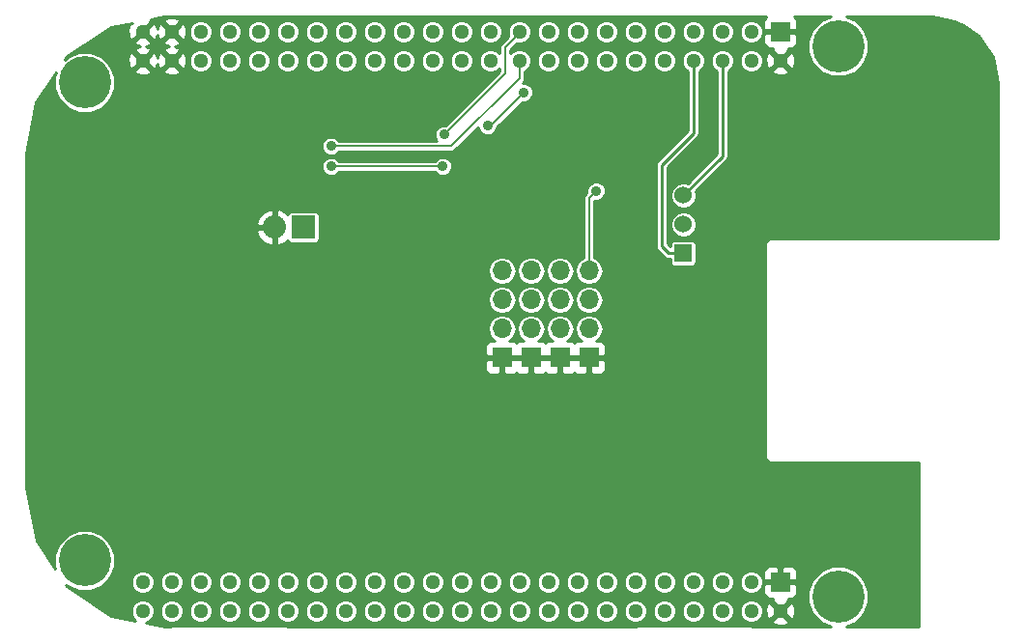
<source format=gbr>
G04 #@! TF.FileFunction,Copper,L2,Bot,Signal*
%FSLAX46Y46*%
G04 Gerber Fmt 4.6, Leading zero omitted, Abs format (unit mm)*
G04 Created by KiCad (PCBNEW (after 2015-mar-04 BZR unknown)-product) date 6/8/2017 9:50:04 AM*
%MOMM*%
G01*
G04 APERTURE LIST*
%ADD10C,0.150000*%
%ADD11R,1.524000X1.524000*%
%ADD12C,1.524000*%
%ADD13C,4.572000*%
%ADD14R,1.651000X1.651000*%
%ADD15C,1.300480*%
%ADD16R,2.032000X2.032000*%
%ADD17O,2.032000X2.032000*%
%ADD18R,1.700000X1.700000*%
%ADD19O,1.700000X1.700000*%
%ADD20C,0.889000*%
%ADD21C,0.254000*%
%ADD22C,0.203200*%
G04 APERTURE END LIST*
D10*
D11*
X58166000Y-21336000D03*
D12*
X58166000Y-18796000D03*
X58166000Y-16256000D03*
D13*
X5715000Y-6350000D03*
X71755000Y-3175000D03*
X71755000Y-51435000D03*
X5715000Y-48260000D03*
D14*
X66675000Y-1905000D03*
D15*
X66675000Y-4445000D03*
X64135000Y-1905000D03*
X64135000Y-4445000D03*
X61595000Y-1905000D03*
X61595000Y-4445000D03*
X59055000Y-1905000D03*
X59055000Y-4445000D03*
X56515000Y-1905000D03*
X56515000Y-4445000D03*
X53975000Y-1905000D03*
X53975000Y-4445000D03*
X51435000Y-1905000D03*
X51435000Y-4445000D03*
X48895000Y-1905000D03*
X48895000Y-4445000D03*
X46355000Y-1905000D03*
X46355000Y-4445000D03*
X43815000Y-1905000D03*
X43815000Y-4445000D03*
X41275000Y-1905000D03*
X41275000Y-4445000D03*
X38735000Y-1905000D03*
X38735000Y-4445000D03*
X36195000Y-1905000D03*
X36195000Y-4445000D03*
X33655000Y-1905000D03*
X33655000Y-4445000D03*
X31115000Y-1905000D03*
X31115000Y-4445000D03*
X28575000Y-1905000D03*
X28575000Y-4445000D03*
X26035000Y-1905000D03*
X26035000Y-4445000D03*
X23495000Y-1905000D03*
X23495000Y-4445000D03*
X20955000Y-1905000D03*
X20955000Y-4445000D03*
X18415000Y-1905000D03*
X18415000Y-4445000D03*
X15875000Y-1905000D03*
X15875000Y-4445000D03*
X13335000Y-1905000D03*
X13335000Y-4445000D03*
X10795000Y-1905000D03*
X10795000Y-4445000D03*
D14*
X66675000Y-50165000D03*
D15*
X66675000Y-52705000D03*
X64135000Y-50165000D03*
X64135000Y-52705000D03*
X61595000Y-50165000D03*
X61595000Y-52705000D03*
X59055000Y-50165000D03*
X59055000Y-52705000D03*
X56515000Y-50165000D03*
X56515000Y-52705000D03*
X53975000Y-50165000D03*
X53975000Y-52705000D03*
X51435000Y-50165000D03*
X51435000Y-52705000D03*
X48895000Y-50165000D03*
X48895000Y-52705000D03*
X46355000Y-50165000D03*
X46355000Y-52705000D03*
X43815000Y-50165000D03*
X43815000Y-52705000D03*
X41275000Y-50165000D03*
X41275000Y-52705000D03*
X38735000Y-50165000D03*
X38735000Y-52705000D03*
X36195000Y-50165000D03*
X36195000Y-52705000D03*
X33655000Y-50165000D03*
X33655000Y-52705000D03*
X31115000Y-50165000D03*
X31115000Y-52705000D03*
X28575000Y-50165000D03*
X28575000Y-52705000D03*
X26035000Y-50165000D03*
X26035000Y-52705000D03*
X23495000Y-50165000D03*
X23495000Y-52705000D03*
X20955000Y-50165000D03*
X20955000Y-52705000D03*
X18415000Y-50165000D03*
X18415000Y-52705000D03*
X15875000Y-50165000D03*
X15875000Y-52705000D03*
X13335000Y-50165000D03*
X13335000Y-52705000D03*
X10795000Y-50165000D03*
X10795000Y-52705000D03*
D16*
X24892000Y-19050000D03*
D17*
X22352000Y-19050000D03*
D18*
X49911000Y-30480000D03*
D19*
X49911000Y-27940000D03*
X49911000Y-25400000D03*
X49911000Y-22860000D03*
D18*
X47371000Y-30480000D03*
D19*
X47371000Y-27940000D03*
X47371000Y-25400000D03*
X47371000Y-22860000D03*
D18*
X44831000Y-30480000D03*
D19*
X44831000Y-27940000D03*
X44831000Y-25400000D03*
X44831000Y-22860000D03*
D18*
X42291000Y-30480000D03*
D19*
X42291000Y-27940000D03*
X42291000Y-25400000D03*
X42291000Y-22860000D03*
D20*
X34798000Y-16637000D03*
X67691000Y-11684000D03*
X57912000Y-30480000D03*
X34798000Y-9271000D03*
X35052000Y-11049000D03*
X42164000Y-16129000D03*
X56007000Y-7747000D03*
X41021000Y-10160000D03*
X44196000Y-7239000D03*
X27305000Y-13716000D03*
X37084000Y-13716000D03*
X37211000Y-10922000D03*
X27305000Y-11938000D03*
X50546000Y-15875000D03*
D21*
X61595000Y-4445000D02*
X61595000Y-12827000D01*
X61595000Y-12827000D02*
X58166000Y-16256000D01*
X59055000Y-4445000D02*
X59055000Y-10795000D01*
X56896000Y-21336000D02*
X58166000Y-21336000D01*
X56261000Y-20701000D02*
X56896000Y-21336000D01*
X56261000Y-13589000D02*
X56261000Y-20701000D01*
X59055000Y-10795000D02*
X56261000Y-13589000D01*
D22*
X44196000Y-7239000D02*
X41275000Y-10160000D01*
X41275000Y-10160000D02*
X41021000Y-10160000D01*
X37084000Y-13716000D02*
X27305000Y-13716000D01*
X42545000Y-5588000D02*
X37211000Y-10922000D01*
X42545000Y-3302000D02*
X42545000Y-5588000D01*
X43815000Y-2032000D02*
X42545000Y-3302000D01*
X43815000Y-1905000D02*
X43815000Y-2032000D01*
X43688000Y-4572000D02*
X43815000Y-4445000D01*
X43815000Y-5969000D02*
X37846000Y-11938000D01*
X37846000Y-11938000D02*
X27305000Y-11938000D01*
X43815000Y-4445000D02*
X43815000Y-5969000D01*
X50546000Y-15875000D02*
X49911000Y-16510000D01*
X49911000Y-16510000D02*
X49911000Y-22860000D01*
D21*
G36*
X85788500Y-20002500D02*
X68135500Y-20002500D01*
X68135500Y-2856810D01*
X68135500Y-2604191D01*
X68135500Y-2190750D01*
X67976750Y-2032000D01*
X66802000Y-2032000D01*
X66802000Y-2052000D01*
X66548000Y-2052000D01*
X66548000Y-2032000D01*
X65373250Y-2032000D01*
X65214500Y-2190750D01*
X65214500Y-2604191D01*
X65214500Y-2856810D01*
X65311173Y-3090199D01*
X65489802Y-3268827D01*
X65723191Y-3365500D01*
X65998973Y-3365500D01*
X65955416Y-3545811D01*
X66675000Y-4265395D01*
X67394584Y-3545811D01*
X67351026Y-3365500D01*
X67626809Y-3365500D01*
X67860198Y-3268827D01*
X68038827Y-3090199D01*
X68135500Y-2856810D01*
X68135500Y-20002500D01*
X67972861Y-20002500D01*
X67972861Y-4625980D01*
X67943325Y-4115533D01*
X67804809Y-3781126D01*
X67574189Y-3725416D01*
X66854605Y-4445000D01*
X67574189Y-5164584D01*
X67804809Y-5108874D01*
X67972861Y-4625980D01*
X67972861Y-20002500D01*
X67394584Y-20002500D01*
X67394584Y-5344189D01*
X66675000Y-4624605D01*
X66495395Y-4804210D01*
X66495395Y-4445000D01*
X65775811Y-3725416D01*
X65545191Y-3781126D01*
X65377139Y-4264020D01*
X65406675Y-4774467D01*
X65545191Y-5108874D01*
X65775811Y-5164584D01*
X66495395Y-4445000D01*
X66495395Y-4804210D01*
X65955416Y-5344189D01*
X66011126Y-5574809D01*
X66494020Y-5742861D01*
X67004467Y-5713325D01*
X67338874Y-5574809D01*
X67394584Y-5344189D01*
X67394584Y-20002500D01*
X65913000Y-20002500D01*
X65694296Y-20046003D01*
X65508888Y-20169888D01*
X65385003Y-20355296D01*
X65341500Y-20574000D01*
X65341500Y-39116000D01*
X65385003Y-39334704D01*
X65508888Y-39520112D01*
X65694296Y-39643997D01*
X65913000Y-39687500D01*
X78803500Y-39687500D01*
X78803500Y-54038500D01*
X72437971Y-54038500D01*
X73263761Y-53697291D01*
X74014655Y-52947707D01*
X74421536Y-51967827D01*
X74422462Y-50906828D01*
X74017291Y-49926239D01*
X73267707Y-49175345D01*
X72287827Y-48768464D01*
X71226828Y-48767538D01*
X70246239Y-49172709D01*
X69495345Y-49922293D01*
X69088464Y-50902173D01*
X69087538Y-51963172D01*
X69492709Y-52943761D01*
X70242293Y-53694655D01*
X71070365Y-54038500D01*
X69215000Y-54038500D01*
X68135500Y-54038500D01*
X68135500Y-51116810D01*
X68135500Y-50864191D01*
X68135500Y-50450750D01*
X68135500Y-49879250D01*
X68135500Y-49465809D01*
X68135500Y-49213190D01*
X68038827Y-48979801D01*
X67860198Y-48801173D01*
X67626809Y-48704500D01*
X66960750Y-48704500D01*
X66802000Y-48863250D01*
X66802000Y-50038000D01*
X67976750Y-50038000D01*
X68135500Y-49879250D01*
X68135500Y-50450750D01*
X67976750Y-50292000D01*
X66802000Y-50292000D01*
X66802000Y-50312000D01*
X66548000Y-50312000D01*
X66548000Y-50292000D01*
X66548000Y-50038000D01*
X66548000Y-48863250D01*
X66389250Y-48704500D01*
X65723191Y-48704500D01*
X65489802Y-48801173D01*
X65311173Y-48979801D01*
X65214500Y-49213190D01*
X65214500Y-49465809D01*
X65214500Y-49879250D01*
X65373250Y-50038000D01*
X66548000Y-50038000D01*
X66548000Y-50292000D01*
X65373250Y-50292000D01*
X65214500Y-50450750D01*
X65214500Y-50864191D01*
X65214500Y-51116810D01*
X65311173Y-51350199D01*
X65489802Y-51528827D01*
X65723191Y-51625500D01*
X65998973Y-51625500D01*
X65955416Y-51805811D01*
X66675000Y-52525395D01*
X67394584Y-51805811D01*
X67351026Y-51625500D01*
X67626809Y-51625500D01*
X67860198Y-51528827D01*
X68038827Y-51350199D01*
X68135500Y-51116810D01*
X68135500Y-54038500D01*
X67972861Y-54038500D01*
X67972861Y-52885980D01*
X67943325Y-52375533D01*
X67804809Y-52041126D01*
X67574189Y-51985416D01*
X66854605Y-52705000D01*
X67574189Y-53424584D01*
X67804809Y-53368874D01*
X67972861Y-52885980D01*
X67972861Y-54038500D01*
X67394584Y-54038500D01*
X67394584Y-53604189D01*
X66675000Y-52884605D01*
X66495395Y-53064210D01*
X66495395Y-52705000D01*
X65775811Y-51985416D01*
X65545191Y-52041126D01*
X65377139Y-52524020D01*
X65406675Y-53034467D01*
X65545191Y-53368874D01*
X65775811Y-53424584D01*
X66495395Y-52705000D01*
X66495395Y-53064210D01*
X65955416Y-53604189D01*
X66011126Y-53834809D01*
X66494020Y-54002861D01*
X67004467Y-53973325D01*
X67338874Y-53834809D01*
X67394584Y-53604189D01*
X67394584Y-54038500D01*
X65166418Y-54038500D01*
X65166418Y-52500774D01*
X65166418Y-49960774D01*
X65166418Y-4240774D01*
X65166418Y-1700774D01*
X65009752Y-1321613D01*
X64719913Y-1031267D01*
X64341026Y-873940D01*
X63930774Y-873582D01*
X63551613Y-1030248D01*
X63261267Y-1320087D01*
X63103940Y-1698974D01*
X63103582Y-2109226D01*
X63260248Y-2488387D01*
X63550087Y-2778733D01*
X63928974Y-2936060D01*
X64339226Y-2936418D01*
X64718387Y-2779752D01*
X65008733Y-2489913D01*
X65166060Y-2111026D01*
X65166418Y-1700774D01*
X65166418Y-4240774D01*
X65009752Y-3861613D01*
X64719913Y-3571267D01*
X64341026Y-3413940D01*
X63930774Y-3413582D01*
X63551613Y-3570248D01*
X63261267Y-3860087D01*
X63103940Y-4238974D01*
X63103582Y-4649226D01*
X63260248Y-5028387D01*
X63550087Y-5318733D01*
X63928974Y-5476060D01*
X64339226Y-5476418D01*
X64718387Y-5319752D01*
X65008733Y-5029913D01*
X65166060Y-4651026D01*
X65166418Y-4240774D01*
X65166418Y-49960774D01*
X65009752Y-49581613D01*
X64719913Y-49291267D01*
X64341026Y-49133940D01*
X63930774Y-49133582D01*
X63551613Y-49290248D01*
X63261267Y-49580087D01*
X63103940Y-49958974D01*
X63103582Y-50369226D01*
X63260248Y-50748387D01*
X63550087Y-51038733D01*
X63928974Y-51196060D01*
X64339226Y-51196418D01*
X64718387Y-51039752D01*
X65008733Y-50749913D01*
X65166060Y-50371026D01*
X65166418Y-49960774D01*
X65166418Y-52500774D01*
X65009752Y-52121613D01*
X64719913Y-51831267D01*
X64341026Y-51673940D01*
X63930774Y-51673582D01*
X63551613Y-51830248D01*
X63261267Y-52120087D01*
X63103940Y-52498974D01*
X63103582Y-52909226D01*
X63260248Y-53288387D01*
X63550087Y-53578733D01*
X63928974Y-53736060D01*
X64339226Y-53736418D01*
X64718387Y-53579752D01*
X65008733Y-53289913D01*
X65166060Y-52911026D01*
X65166418Y-52500774D01*
X65166418Y-54038500D01*
X64249409Y-54038500D01*
X64174000Y-54023500D01*
X62626418Y-54023500D01*
X62626418Y-52500774D01*
X62626418Y-49960774D01*
X62626418Y-4240774D01*
X62626418Y-1700774D01*
X62469752Y-1321613D01*
X62179913Y-1031267D01*
X61801026Y-873940D01*
X61390774Y-873582D01*
X61011613Y-1030248D01*
X60721267Y-1320087D01*
X60563940Y-1698974D01*
X60563582Y-2109226D01*
X60720248Y-2488387D01*
X61010087Y-2778733D01*
X61388974Y-2936060D01*
X61799226Y-2936418D01*
X62178387Y-2779752D01*
X62468733Y-2489913D01*
X62626060Y-2111026D01*
X62626418Y-1700774D01*
X62626418Y-4240774D01*
X62469752Y-3861613D01*
X62179913Y-3571267D01*
X61801026Y-3413940D01*
X61390774Y-3413582D01*
X61011613Y-3570248D01*
X60721267Y-3860087D01*
X60563940Y-4238974D01*
X60563582Y-4649226D01*
X60720248Y-5028387D01*
X61010087Y-5318733D01*
X61087000Y-5350669D01*
X61087000Y-12616580D01*
X60086418Y-13617161D01*
X60086418Y-4240774D01*
X60086418Y-1700774D01*
X59929752Y-1321613D01*
X59639913Y-1031267D01*
X59261026Y-873940D01*
X58850774Y-873582D01*
X58471613Y-1030248D01*
X58181267Y-1320087D01*
X58023940Y-1698974D01*
X58023582Y-2109226D01*
X58180248Y-2488387D01*
X58470087Y-2778733D01*
X58848974Y-2936060D01*
X59259226Y-2936418D01*
X59638387Y-2779752D01*
X59928733Y-2489913D01*
X60086060Y-2111026D01*
X60086418Y-1700774D01*
X60086418Y-4240774D01*
X59929752Y-3861613D01*
X59639913Y-3571267D01*
X59261026Y-3413940D01*
X58850774Y-3413582D01*
X58471613Y-3570248D01*
X58181267Y-3860087D01*
X58023940Y-4238974D01*
X58023582Y-4649226D01*
X58180248Y-5028387D01*
X58470087Y-5318733D01*
X58547000Y-5350669D01*
X58547000Y-10584580D01*
X57546418Y-11585162D01*
X57546418Y-4240774D01*
X57546418Y-1700774D01*
X57389752Y-1321613D01*
X57099913Y-1031267D01*
X56721026Y-873940D01*
X56310774Y-873582D01*
X55931613Y-1030248D01*
X55641267Y-1320087D01*
X55483940Y-1698974D01*
X55483582Y-2109226D01*
X55640248Y-2488387D01*
X55930087Y-2778733D01*
X56308974Y-2936060D01*
X56719226Y-2936418D01*
X57098387Y-2779752D01*
X57388733Y-2489913D01*
X57546060Y-2111026D01*
X57546418Y-1700774D01*
X57546418Y-4240774D01*
X57389752Y-3861613D01*
X57099913Y-3571267D01*
X56721026Y-3413940D01*
X56310774Y-3413582D01*
X55931613Y-3570248D01*
X55641267Y-3860087D01*
X55483940Y-4238974D01*
X55483582Y-4649226D01*
X55640248Y-5028387D01*
X55930087Y-5318733D01*
X56308974Y-5476060D01*
X56719226Y-5476418D01*
X57098387Y-5319752D01*
X57388733Y-5029913D01*
X57546060Y-4651026D01*
X57546418Y-4240774D01*
X57546418Y-11585162D01*
X55901790Y-13229790D01*
X55791669Y-13394597D01*
X55753000Y-13589000D01*
X55753000Y-20701000D01*
X55791669Y-20895403D01*
X55901790Y-21060210D01*
X56536790Y-21695211D01*
X56701597Y-21805331D01*
X56896000Y-21844000D01*
X57015536Y-21844000D01*
X57015536Y-22098000D01*
X57043722Y-22243274D01*
X57127596Y-22370956D01*
X57254216Y-22456426D01*
X57404000Y-22486464D01*
X58928000Y-22486464D01*
X59073274Y-22458278D01*
X59200956Y-22374404D01*
X59286426Y-22247784D01*
X59316464Y-22098000D01*
X59316464Y-20574000D01*
X59309198Y-20536550D01*
X59309198Y-18569641D01*
X59135554Y-18149388D01*
X58814303Y-17827577D01*
X58394354Y-17653199D01*
X57939641Y-17652802D01*
X57519388Y-17826446D01*
X57197577Y-18147697D01*
X57023199Y-18567646D01*
X57022802Y-19022359D01*
X57196446Y-19442612D01*
X57517697Y-19764423D01*
X57937646Y-19938801D01*
X58392359Y-19939198D01*
X58812612Y-19765554D01*
X59134423Y-19444303D01*
X59308801Y-19024354D01*
X59309198Y-18569641D01*
X59309198Y-20536550D01*
X59288278Y-20428726D01*
X59204404Y-20301044D01*
X59077784Y-20215574D01*
X58928000Y-20185536D01*
X57404000Y-20185536D01*
X57258726Y-20213722D01*
X57131044Y-20297596D01*
X57045574Y-20424216D01*
X57015536Y-20574000D01*
X57015536Y-20737115D01*
X56769000Y-20490579D01*
X56769000Y-13799420D01*
X59414210Y-11154210D01*
X59524331Y-10989403D01*
X59563000Y-10795000D01*
X59563000Y-5350901D01*
X59638387Y-5319752D01*
X59928733Y-5029913D01*
X60086060Y-4651026D01*
X60086418Y-4240774D01*
X60086418Y-13617161D01*
X58532865Y-15170714D01*
X58394354Y-15113199D01*
X57939641Y-15112802D01*
X57519388Y-15286446D01*
X57197577Y-15607697D01*
X57023199Y-16027646D01*
X57022802Y-16482359D01*
X57196446Y-16902612D01*
X57517697Y-17224423D01*
X57937646Y-17398801D01*
X58392359Y-17399198D01*
X58812612Y-17225554D01*
X59134423Y-16904303D01*
X59308801Y-16484354D01*
X59309198Y-16029641D01*
X59251184Y-15889235D01*
X61954210Y-13186210D01*
X62064331Y-13021404D01*
X62064331Y-13021403D01*
X62070746Y-12989150D01*
X62102999Y-12827000D01*
X62103000Y-12827000D01*
X62103000Y-5350901D01*
X62178387Y-5319752D01*
X62468733Y-5029913D01*
X62626060Y-4651026D01*
X62626418Y-4240774D01*
X62626418Y-49960774D01*
X62469752Y-49581613D01*
X62179913Y-49291267D01*
X61801026Y-49133940D01*
X61390774Y-49133582D01*
X61011613Y-49290248D01*
X60721267Y-49580087D01*
X60563940Y-49958974D01*
X60563582Y-50369226D01*
X60720248Y-50748387D01*
X61010087Y-51038733D01*
X61388974Y-51196060D01*
X61799226Y-51196418D01*
X62178387Y-51039752D01*
X62468733Y-50749913D01*
X62626060Y-50371026D01*
X62626418Y-49960774D01*
X62626418Y-52500774D01*
X62469752Y-52121613D01*
X62179913Y-51831267D01*
X61801026Y-51673940D01*
X61390774Y-51673582D01*
X61011613Y-51830248D01*
X60721267Y-52120087D01*
X60563940Y-52498974D01*
X60563582Y-52909226D01*
X60720248Y-53288387D01*
X61010087Y-53578733D01*
X61388974Y-53736060D01*
X61799226Y-53736418D01*
X62178387Y-53579752D01*
X62468733Y-53289913D01*
X62626060Y-52911026D01*
X62626418Y-52500774D01*
X62626418Y-54023500D01*
X60086418Y-54023500D01*
X60086418Y-52500774D01*
X60086418Y-49960774D01*
X59929752Y-49581613D01*
X59639913Y-49291267D01*
X59261026Y-49133940D01*
X58850774Y-49133582D01*
X58471613Y-49290248D01*
X58181267Y-49580087D01*
X58023940Y-49958974D01*
X58023582Y-50369226D01*
X58180248Y-50748387D01*
X58470087Y-51038733D01*
X58848974Y-51196060D01*
X59259226Y-51196418D01*
X59638387Y-51039752D01*
X59928733Y-50749913D01*
X60086060Y-50371026D01*
X60086418Y-49960774D01*
X60086418Y-52500774D01*
X59929752Y-52121613D01*
X59639913Y-51831267D01*
X59261026Y-51673940D01*
X58850774Y-51673582D01*
X58471613Y-51830248D01*
X58181267Y-52120087D01*
X58023940Y-52498974D01*
X58023582Y-52909226D01*
X58180248Y-53288387D01*
X58470087Y-53578733D01*
X58848974Y-53736060D01*
X59259226Y-53736418D01*
X59638387Y-53579752D01*
X59928733Y-53289913D01*
X60086060Y-52911026D01*
X60086418Y-52500774D01*
X60086418Y-54023500D01*
X57546418Y-54023500D01*
X57546418Y-52500774D01*
X57546418Y-49960774D01*
X57389752Y-49581613D01*
X57099913Y-49291267D01*
X56721026Y-49133940D01*
X56310774Y-49133582D01*
X55931613Y-49290248D01*
X55641267Y-49580087D01*
X55483940Y-49958974D01*
X55483582Y-50369226D01*
X55640248Y-50748387D01*
X55930087Y-51038733D01*
X56308974Y-51196060D01*
X56719226Y-51196418D01*
X57098387Y-51039752D01*
X57388733Y-50749913D01*
X57546060Y-50371026D01*
X57546418Y-49960774D01*
X57546418Y-52500774D01*
X57389752Y-52121613D01*
X57099913Y-51831267D01*
X56721026Y-51673940D01*
X56310774Y-51673582D01*
X55931613Y-51830248D01*
X55641267Y-52120087D01*
X55483940Y-52498974D01*
X55483582Y-52909226D01*
X55640248Y-53288387D01*
X55930087Y-53578733D01*
X56308974Y-53736060D01*
X56719226Y-53736418D01*
X57098387Y-53579752D01*
X57388733Y-53289913D01*
X57546060Y-52911026D01*
X57546418Y-52500774D01*
X57546418Y-54023500D01*
X55006418Y-54023500D01*
X55006418Y-52500774D01*
X55006418Y-49960774D01*
X55006418Y-4240774D01*
X55006418Y-1700774D01*
X54849752Y-1321613D01*
X54559913Y-1031267D01*
X54181026Y-873940D01*
X53770774Y-873582D01*
X53391613Y-1030248D01*
X53101267Y-1320087D01*
X52943940Y-1698974D01*
X52943582Y-2109226D01*
X53100248Y-2488387D01*
X53390087Y-2778733D01*
X53768974Y-2936060D01*
X54179226Y-2936418D01*
X54558387Y-2779752D01*
X54848733Y-2489913D01*
X55006060Y-2111026D01*
X55006418Y-1700774D01*
X55006418Y-4240774D01*
X54849752Y-3861613D01*
X54559913Y-3571267D01*
X54181026Y-3413940D01*
X53770774Y-3413582D01*
X53391613Y-3570248D01*
X53101267Y-3860087D01*
X52943940Y-4238974D01*
X52943582Y-4649226D01*
X53100248Y-5028387D01*
X53390087Y-5318733D01*
X53768974Y-5476060D01*
X54179226Y-5476418D01*
X54558387Y-5319752D01*
X54848733Y-5029913D01*
X55006060Y-4651026D01*
X55006418Y-4240774D01*
X55006418Y-49960774D01*
X54849752Y-49581613D01*
X54559913Y-49291267D01*
X54181026Y-49133940D01*
X53770774Y-49133582D01*
X53391613Y-49290248D01*
X53101267Y-49580087D01*
X52943940Y-49958974D01*
X52943582Y-50369226D01*
X53100248Y-50748387D01*
X53390087Y-51038733D01*
X53768974Y-51196060D01*
X54179226Y-51196418D01*
X54558387Y-51039752D01*
X54848733Y-50749913D01*
X55006060Y-50371026D01*
X55006418Y-49960774D01*
X55006418Y-52500774D01*
X54849752Y-52121613D01*
X54559913Y-51831267D01*
X54181026Y-51673940D01*
X53770774Y-51673582D01*
X53391613Y-51830248D01*
X53101267Y-52120087D01*
X52943940Y-52498974D01*
X52943582Y-52909226D01*
X53100248Y-53288387D01*
X53390087Y-53578733D01*
X53768974Y-53736060D01*
X54179226Y-53736418D01*
X54558387Y-53579752D01*
X54848733Y-53289913D01*
X55006060Y-52911026D01*
X55006418Y-52500774D01*
X55006418Y-54023500D01*
X54074000Y-54023500D01*
X53998590Y-54038500D01*
X52466418Y-54038500D01*
X52466418Y-52500774D01*
X52466418Y-49960774D01*
X52466418Y-4240774D01*
X52466418Y-1700774D01*
X52309752Y-1321613D01*
X52019913Y-1031267D01*
X51641026Y-873940D01*
X51230774Y-873582D01*
X50851613Y-1030248D01*
X50561267Y-1320087D01*
X50403940Y-1698974D01*
X50403582Y-2109226D01*
X50560248Y-2488387D01*
X50850087Y-2778733D01*
X51228974Y-2936060D01*
X51639226Y-2936418D01*
X52018387Y-2779752D01*
X52308733Y-2489913D01*
X52466060Y-2111026D01*
X52466418Y-1700774D01*
X52466418Y-4240774D01*
X52309752Y-3861613D01*
X52019913Y-3571267D01*
X51641026Y-3413940D01*
X51230774Y-3413582D01*
X50851613Y-3570248D01*
X50561267Y-3860087D01*
X50403940Y-4238974D01*
X50403582Y-4649226D01*
X50560248Y-5028387D01*
X50850087Y-5318733D01*
X51228974Y-5476060D01*
X51639226Y-5476418D01*
X52018387Y-5319752D01*
X52308733Y-5029913D01*
X52466060Y-4651026D01*
X52466418Y-4240774D01*
X52466418Y-49960774D01*
X52309752Y-49581613D01*
X52019913Y-49291267D01*
X51641026Y-49133940D01*
X51396000Y-49133726D01*
X51396000Y-31456310D01*
X51396000Y-31203691D01*
X51396000Y-30765750D01*
X51396000Y-30194250D01*
X51396000Y-29756309D01*
X51396000Y-29503690D01*
X51371643Y-29444887D01*
X51371643Y-15711518D01*
X51246233Y-15408002D01*
X51014219Y-15175583D01*
X50710923Y-15049643D01*
X50382518Y-15049357D01*
X50079002Y-15174767D01*
X49926418Y-15327085D01*
X49926418Y-4240774D01*
X49926418Y-1700774D01*
X49769752Y-1321613D01*
X49479913Y-1031267D01*
X49101026Y-873940D01*
X48690774Y-873582D01*
X48311613Y-1030248D01*
X48021267Y-1320087D01*
X47863940Y-1698974D01*
X47863582Y-2109226D01*
X48020248Y-2488387D01*
X48310087Y-2778733D01*
X48688974Y-2936060D01*
X49099226Y-2936418D01*
X49478387Y-2779752D01*
X49768733Y-2489913D01*
X49926060Y-2111026D01*
X49926418Y-1700774D01*
X49926418Y-4240774D01*
X49769752Y-3861613D01*
X49479913Y-3571267D01*
X49101026Y-3413940D01*
X48690774Y-3413582D01*
X48311613Y-3570248D01*
X48021267Y-3860087D01*
X47863940Y-4238974D01*
X47863582Y-4649226D01*
X48020248Y-5028387D01*
X48310087Y-5318733D01*
X48688974Y-5476060D01*
X49099226Y-5476418D01*
X49478387Y-5319752D01*
X49768733Y-5029913D01*
X49926060Y-4651026D01*
X49926418Y-4240774D01*
X49926418Y-15327085D01*
X49846583Y-15406781D01*
X49720643Y-15710077D01*
X49720374Y-16018125D01*
X49569750Y-16168750D01*
X49465136Y-16325317D01*
X49428400Y-16510000D01*
X49428400Y-21720197D01*
X49415800Y-21722704D01*
X49016435Y-21989552D01*
X48749587Y-22388917D01*
X48655883Y-22860000D01*
X48749587Y-23331083D01*
X49016435Y-23730448D01*
X49415800Y-23997296D01*
X49886883Y-24091000D01*
X49935117Y-24091000D01*
X50406200Y-23997296D01*
X50805565Y-23730448D01*
X51072413Y-23331083D01*
X51166117Y-22860000D01*
X51072413Y-22388917D01*
X50805565Y-21989552D01*
X50406200Y-21722704D01*
X50393600Y-21720197D01*
X50393600Y-16709899D01*
X50403123Y-16700376D01*
X50709482Y-16700643D01*
X51012998Y-16575233D01*
X51245417Y-16343219D01*
X51371357Y-16039923D01*
X51371643Y-15711518D01*
X51371643Y-29444887D01*
X51299327Y-29270301D01*
X51120698Y-29091673D01*
X50887309Y-28995000D01*
X50529364Y-28995000D01*
X50805565Y-28810448D01*
X51072413Y-28411083D01*
X51166117Y-27940000D01*
X51166117Y-25400000D01*
X51072413Y-24928917D01*
X50805565Y-24529552D01*
X50406200Y-24262704D01*
X49935117Y-24169000D01*
X49886883Y-24169000D01*
X49415800Y-24262704D01*
X49016435Y-24529552D01*
X48749587Y-24928917D01*
X48655883Y-25400000D01*
X48749587Y-25871083D01*
X49016435Y-26270448D01*
X49415800Y-26537296D01*
X49886883Y-26631000D01*
X49935117Y-26631000D01*
X50406200Y-26537296D01*
X50805565Y-26270448D01*
X51072413Y-25871083D01*
X51166117Y-25400000D01*
X51166117Y-27940000D01*
X51072413Y-27468917D01*
X50805565Y-27069552D01*
X50406200Y-26802704D01*
X49935117Y-26709000D01*
X49886883Y-26709000D01*
X49415800Y-26802704D01*
X49016435Y-27069552D01*
X48749587Y-27468917D01*
X48655883Y-27940000D01*
X48749587Y-28411083D01*
X49016435Y-28810448D01*
X49292635Y-28995000D01*
X48934691Y-28995000D01*
X48701302Y-29091673D01*
X48641000Y-29151974D01*
X48580698Y-29091673D01*
X48347309Y-28995000D01*
X47989364Y-28995000D01*
X48265565Y-28810448D01*
X48532413Y-28411083D01*
X48626117Y-27940000D01*
X48626117Y-25400000D01*
X48626117Y-22860000D01*
X48532413Y-22388917D01*
X48265565Y-21989552D01*
X47866200Y-21722704D01*
X47395117Y-21629000D01*
X47386418Y-21629000D01*
X47386418Y-4240774D01*
X47386418Y-1700774D01*
X47229752Y-1321613D01*
X46939913Y-1031267D01*
X46561026Y-873940D01*
X46150774Y-873582D01*
X45771613Y-1030248D01*
X45481267Y-1320087D01*
X45323940Y-1698974D01*
X45323582Y-2109226D01*
X45480248Y-2488387D01*
X45770087Y-2778733D01*
X46148974Y-2936060D01*
X46559226Y-2936418D01*
X46938387Y-2779752D01*
X47228733Y-2489913D01*
X47386060Y-2111026D01*
X47386418Y-1700774D01*
X47386418Y-4240774D01*
X47229752Y-3861613D01*
X46939913Y-3571267D01*
X46561026Y-3413940D01*
X46150774Y-3413582D01*
X45771613Y-3570248D01*
X45481267Y-3860087D01*
X45323940Y-4238974D01*
X45323582Y-4649226D01*
X45480248Y-5028387D01*
X45770087Y-5318733D01*
X46148974Y-5476060D01*
X46559226Y-5476418D01*
X46938387Y-5319752D01*
X47228733Y-5029913D01*
X47386060Y-4651026D01*
X47386418Y-4240774D01*
X47386418Y-21629000D01*
X47346883Y-21629000D01*
X46875800Y-21722704D01*
X46476435Y-21989552D01*
X46209587Y-22388917D01*
X46115883Y-22860000D01*
X46209587Y-23331083D01*
X46476435Y-23730448D01*
X46875800Y-23997296D01*
X47346883Y-24091000D01*
X47395117Y-24091000D01*
X47866200Y-23997296D01*
X48265565Y-23730448D01*
X48532413Y-23331083D01*
X48626117Y-22860000D01*
X48626117Y-25400000D01*
X48532413Y-24928917D01*
X48265565Y-24529552D01*
X47866200Y-24262704D01*
X47395117Y-24169000D01*
X47346883Y-24169000D01*
X46875800Y-24262704D01*
X46476435Y-24529552D01*
X46209587Y-24928917D01*
X46115883Y-25400000D01*
X46209587Y-25871083D01*
X46476435Y-26270448D01*
X46875800Y-26537296D01*
X47346883Y-26631000D01*
X47395117Y-26631000D01*
X47866200Y-26537296D01*
X48265565Y-26270448D01*
X48532413Y-25871083D01*
X48626117Y-25400000D01*
X48626117Y-27940000D01*
X48532413Y-27468917D01*
X48265565Y-27069552D01*
X47866200Y-26802704D01*
X47395117Y-26709000D01*
X47346883Y-26709000D01*
X46875800Y-26802704D01*
X46476435Y-27069552D01*
X46209587Y-27468917D01*
X46115883Y-27940000D01*
X46209587Y-28411083D01*
X46476435Y-28810448D01*
X46752635Y-28995000D01*
X46394691Y-28995000D01*
X46161302Y-29091673D01*
X46101000Y-29151974D01*
X46040698Y-29091673D01*
X45807309Y-28995000D01*
X45449364Y-28995000D01*
X45725565Y-28810448D01*
X45992413Y-28411083D01*
X46086117Y-27940000D01*
X46086117Y-25400000D01*
X46086117Y-22860000D01*
X45992413Y-22388917D01*
X45725565Y-21989552D01*
X45326200Y-21722704D01*
X45021643Y-21662123D01*
X45021643Y-7075518D01*
X44896233Y-6772002D01*
X44664219Y-6539583D01*
X44360923Y-6413643D01*
X44053125Y-6413374D01*
X44156250Y-6310250D01*
X44260864Y-6153683D01*
X44297600Y-5969000D01*
X44297601Y-5969000D01*
X44297600Y-5968994D01*
X44297600Y-5361396D01*
X44398387Y-5319752D01*
X44688733Y-5029913D01*
X44846060Y-4651026D01*
X44846418Y-4240774D01*
X44689752Y-3861613D01*
X44399913Y-3571267D01*
X44021026Y-3413940D01*
X43610774Y-3413582D01*
X43231613Y-3570248D01*
X43027600Y-3773904D01*
X43027600Y-3501900D01*
X43597997Y-2931502D01*
X43608974Y-2936060D01*
X44019226Y-2936418D01*
X44398387Y-2779752D01*
X44688733Y-2489913D01*
X44846060Y-2111026D01*
X44846418Y-1700774D01*
X44689752Y-1321613D01*
X44399913Y-1031267D01*
X44021026Y-873940D01*
X43610774Y-873582D01*
X43231613Y-1030248D01*
X42941267Y-1320087D01*
X42783940Y-1698974D01*
X42783582Y-2109226D01*
X42863019Y-2301480D01*
X42306418Y-2858081D01*
X42306418Y-1700774D01*
X42149752Y-1321613D01*
X41859913Y-1031267D01*
X41481026Y-873940D01*
X41070774Y-873582D01*
X40691613Y-1030248D01*
X40401267Y-1320087D01*
X40243940Y-1698974D01*
X40243582Y-2109226D01*
X40400248Y-2488387D01*
X40690087Y-2778733D01*
X41068974Y-2936060D01*
X41479226Y-2936418D01*
X41858387Y-2779752D01*
X42148733Y-2489913D01*
X42306060Y-2111026D01*
X42306418Y-1700774D01*
X42306418Y-2858081D01*
X42203750Y-2960750D01*
X42099136Y-3117317D01*
X42062400Y-3302000D01*
X42062400Y-3774108D01*
X41859913Y-3571267D01*
X41481026Y-3413940D01*
X41070774Y-3413582D01*
X40691613Y-3570248D01*
X40401267Y-3860087D01*
X40243940Y-4238974D01*
X40243582Y-4649226D01*
X40400248Y-5028387D01*
X40690087Y-5318733D01*
X41068974Y-5476060D01*
X41479226Y-5476418D01*
X41858387Y-5319752D01*
X42062400Y-5116095D01*
X42062400Y-5388100D01*
X39766418Y-7684081D01*
X39766418Y-4240774D01*
X39766418Y-1700774D01*
X39609752Y-1321613D01*
X39319913Y-1031267D01*
X38941026Y-873940D01*
X38530774Y-873582D01*
X38151613Y-1030248D01*
X37861267Y-1320087D01*
X37703940Y-1698974D01*
X37703582Y-2109226D01*
X37860248Y-2488387D01*
X38150087Y-2778733D01*
X38528974Y-2936060D01*
X38939226Y-2936418D01*
X39318387Y-2779752D01*
X39608733Y-2489913D01*
X39766060Y-2111026D01*
X39766418Y-1700774D01*
X39766418Y-4240774D01*
X39609752Y-3861613D01*
X39319913Y-3571267D01*
X38941026Y-3413940D01*
X38530774Y-3413582D01*
X38151613Y-3570248D01*
X37861267Y-3860087D01*
X37703940Y-4238974D01*
X37703582Y-4649226D01*
X37860248Y-5028387D01*
X38150087Y-5318733D01*
X38528974Y-5476060D01*
X38939226Y-5476418D01*
X39318387Y-5319752D01*
X39608733Y-5029913D01*
X39766060Y-4651026D01*
X39766418Y-4240774D01*
X39766418Y-7684081D01*
X37353876Y-10096623D01*
X37226418Y-10096512D01*
X37226418Y-4240774D01*
X37226418Y-1700774D01*
X37069752Y-1321613D01*
X36779913Y-1031267D01*
X36401026Y-873940D01*
X35990774Y-873582D01*
X35611613Y-1030248D01*
X35321267Y-1320087D01*
X35163940Y-1698974D01*
X35163582Y-2109226D01*
X35320248Y-2488387D01*
X35610087Y-2778733D01*
X35988974Y-2936060D01*
X36399226Y-2936418D01*
X36778387Y-2779752D01*
X37068733Y-2489913D01*
X37226060Y-2111026D01*
X37226418Y-1700774D01*
X37226418Y-4240774D01*
X37069752Y-3861613D01*
X36779913Y-3571267D01*
X36401026Y-3413940D01*
X35990774Y-3413582D01*
X35611613Y-3570248D01*
X35321267Y-3860087D01*
X35163940Y-4238974D01*
X35163582Y-4649226D01*
X35320248Y-5028387D01*
X35610087Y-5318733D01*
X35988974Y-5476060D01*
X36399226Y-5476418D01*
X36778387Y-5319752D01*
X37068733Y-5029913D01*
X37226060Y-4651026D01*
X37226418Y-4240774D01*
X37226418Y-10096512D01*
X37047518Y-10096357D01*
X36744002Y-10221767D01*
X36511583Y-10453781D01*
X36385643Y-10757077D01*
X36385357Y-11085482D01*
X36510767Y-11388998D01*
X36577053Y-11455400D01*
X34686418Y-11455400D01*
X34686418Y-4240774D01*
X34686418Y-1700774D01*
X34529752Y-1321613D01*
X34239913Y-1031267D01*
X33861026Y-873940D01*
X33450774Y-873582D01*
X33071613Y-1030248D01*
X32781267Y-1320087D01*
X32623940Y-1698974D01*
X32623582Y-2109226D01*
X32780248Y-2488387D01*
X33070087Y-2778733D01*
X33448974Y-2936060D01*
X33859226Y-2936418D01*
X34238387Y-2779752D01*
X34528733Y-2489913D01*
X34686060Y-2111026D01*
X34686418Y-1700774D01*
X34686418Y-4240774D01*
X34529752Y-3861613D01*
X34239913Y-3571267D01*
X33861026Y-3413940D01*
X33450774Y-3413582D01*
X33071613Y-3570248D01*
X32781267Y-3860087D01*
X32623940Y-4238974D01*
X32623582Y-4649226D01*
X32780248Y-5028387D01*
X33070087Y-5318733D01*
X33448974Y-5476060D01*
X33859226Y-5476418D01*
X34238387Y-5319752D01*
X34528733Y-5029913D01*
X34686060Y-4651026D01*
X34686418Y-4240774D01*
X34686418Y-11455400D01*
X32146418Y-11455400D01*
X32146418Y-4240774D01*
X32146418Y-1700774D01*
X31989752Y-1321613D01*
X31699913Y-1031267D01*
X31321026Y-873940D01*
X30910774Y-873582D01*
X30531613Y-1030248D01*
X30241267Y-1320087D01*
X30083940Y-1698974D01*
X30083582Y-2109226D01*
X30240248Y-2488387D01*
X30530087Y-2778733D01*
X30908974Y-2936060D01*
X31319226Y-2936418D01*
X31698387Y-2779752D01*
X31988733Y-2489913D01*
X32146060Y-2111026D01*
X32146418Y-1700774D01*
X32146418Y-4240774D01*
X31989752Y-3861613D01*
X31699913Y-3571267D01*
X31321026Y-3413940D01*
X30910774Y-3413582D01*
X30531613Y-3570248D01*
X30241267Y-3860087D01*
X30083940Y-4238974D01*
X30083582Y-4649226D01*
X30240248Y-5028387D01*
X30530087Y-5318733D01*
X30908974Y-5476060D01*
X31319226Y-5476418D01*
X31698387Y-5319752D01*
X31988733Y-5029913D01*
X32146060Y-4651026D01*
X32146418Y-4240774D01*
X32146418Y-11455400D01*
X29606418Y-11455400D01*
X29606418Y-4240774D01*
X29606418Y-1700774D01*
X29449752Y-1321613D01*
X29159913Y-1031267D01*
X28781026Y-873940D01*
X28370774Y-873582D01*
X27991613Y-1030248D01*
X27701267Y-1320087D01*
X27543940Y-1698974D01*
X27543582Y-2109226D01*
X27700248Y-2488387D01*
X27990087Y-2778733D01*
X28368974Y-2936060D01*
X28779226Y-2936418D01*
X29158387Y-2779752D01*
X29448733Y-2489913D01*
X29606060Y-2111026D01*
X29606418Y-1700774D01*
X29606418Y-4240774D01*
X29449752Y-3861613D01*
X29159913Y-3571267D01*
X28781026Y-3413940D01*
X28370774Y-3413582D01*
X27991613Y-3570248D01*
X27701267Y-3860087D01*
X27543940Y-4238974D01*
X27543582Y-4649226D01*
X27700248Y-5028387D01*
X27990087Y-5318733D01*
X28368974Y-5476060D01*
X28779226Y-5476418D01*
X29158387Y-5319752D01*
X29448733Y-5029913D01*
X29606060Y-4651026D01*
X29606418Y-4240774D01*
X29606418Y-11455400D01*
X27989658Y-11455400D01*
X27773219Y-11238583D01*
X27469923Y-11112643D01*
X27141518Y-11112357D01*
X27066418Y-11143387D01*
X27066418Y-4240774D01*
X27066418Y-1700774D01*
X26909752Y-1321613D01*
X26619913Y-1031267D01*
X26241026Y-873940D01*
X25830774Y-873582D01*
X25451613Y-1030248D01*
X25161267Y-1320087D01*
X25003940Y-1698974D01*
X25003582Y-2109226D01*
X25160248Y-2488387D01*
X25450087Y-2778733D01*
X25828974Y-2936060D01*
X26239226Y-2936418D01*
X26618387Y-2779752D01*
X26908733Y-2489913D01*
X27066060Y-2111026D01*
X27066418Y-1700774D01*
X27066418Y-4240774D01*
X26909752Y-3861613D01*
X26619913Y-3571267D01*
X26241026Y-3413940D01*
X25830774Y-3413582D01*
X25451613Y-3570248D01*
X25161267Y-3860087D01*
X25003940Y-4238974D01*
X25003582Y-4649226D01*
X25160248Y-5028387D01*
X25450087Y-5318733D01*
X25828974Y-5476060D01*
X26239226Y-5476418D01*
X26618387Y-5319752D01*
X26908733Y-5029913D01*
X27066060Y-4651026D01*
X27066418Y-4240774D01*
X27066418Y-11143387D01*
X26838002Y-11237767D01*
X26605583Y-11469781D01*
X26479643Y-11773077D01*
X26479357Y-12101482D01*
X26604767Y-12404998D01*
X26836781Y-12637417D01*
X27140077Y-12763357D01*
X27468482Y-12763643D01*
X27771998Y-12638233D01*
X27990010Y-12420600D01*
X37846000Y-12420600D01*
X38030683Y-12383864D01*
X38187250Y-12279250D01*
X40195402Y-10271097D01*
X40195357Y-10323482D01*
X40320767Y-10626998D01*
X40552781Y-10859417D01*
X40856077Y-10985357D01*
X41184482Y-10985643D01*
X41487998Y-10860233D01*
X41720417Y-10628219D01*
X41846357Y-10324923D01*
X41846403Y-10271096D01*
X44053123Y-8064376D01*
X44359482Y-8064643D01*
X44662998Y-7939233D01*
X44895417Y-7707219D01*
X45021357Y-7403923D01*
X45021643Y-7075518D01*
X45021643Y-21662123D01*
X44855117Y-21629000D01*
X44806883Y-21629000D01*
X44335800Y-21722704D01*
X43936435Y-21989552D01*
X43669587Y-22388917D01*
X43575883Y-22860000D01*
X43669587Y-23331083D01*
X43936435Y-23730448D01*
X44335800Y-23997296D01*
X44806883Y-24091000D01*
X44855117Y-24091000D01*
X45326200Y-23997296D01*
X45725565Y-23730448D01*
X45992413Y-23331083D01*
X46086117Y-22860000D01*
X46086117Y-25400000D01*
X45992413Y-24928917D01*
X45725565Y-24529552D01*
X45326200Y-24262704D01*
X44855117Y-24169000D01*
X44806883Y-24169000D01*
X44335800Y-24262704D01*
X43936435Y-24529552D01*
X43669587Y-24928917D01*
X43575883Y-25400000D01*
X43669587Y-25871083D01*
X43936435Y-26270448D01*
X44335800Y-26537296D01*
X44806883Y-26631000D01*
X44855117Y-26631000D01*
X45326200Y-26537296D01*
X45725565Y-26270448D01*
X45992413Y-25871083D01*
X46086117Y-25400000D01*
X46086117Y-27940000D01*
X45992413Y-27468917D01*
X45725565Y-27069552D01*
X45326200Y-26802704D01*
X44855117Y-26709000D01*
X44806883Y-26709000D01*
X44335800Y-26802704D01*
X43936435Y-27069552D01*
X43669587Y-27468917D01*
X43575883Y-27940000D01*
X43669587Y-28411083D01*
X43936435Y-28810448D01*
X44212635Y-28995000D01*
X43854691Y-28995000D01*
X43621302Y-29091673D01*
X43561000Y-29151974D01*
X43500698Y-29091673D01*
X43267309Y-28995000D01*
X42909364Y-28995000D01*
X43185565Y-28810448D01*
X43452413Y-28411083D01*
X43546117Y-27940000D01*
X43546117Y-25400000D01*
X43546117Y-22860000D01*
X43452413Y-22388917D01*
X43185565Y-21989552D01*
X42786200Y-21722704D01*
X42315117Y-21629000D01*
X42266883Y-21629000D01*
X41795800Y-21722704D01*
X41396435Y-21989552D01*
X41129587Y-22388917D01*
X41035883Y-22860000D01*
X41129587Y-23331083D01*
X41396435Y-23730448D01*
X41795800Y-23997296D01*
X42266883Y-24091000D01*
X42315117Y-24091000D01*
X42786200Y-23997296D01*
X43185565Y-23730448D01*
X43452413Y-23331083D01*
X43546117Y-22860000D01*
X43546117Y-25400000D01*
X43452413Y-24928917D01*
X43185565Y-24529552D01*
X42786200Y-24262704D01*
X42315117Y-24169000D01*
X42266883Y-24169000D01*
X41795800Y-24262704D01*
X41396435Y-24529552D01*
X41129587Y-24928917D01*
X41035883Y-25400000D01*
X41129587Y-25871083D01*
X41396435Y-26270448D01*
X41795800Y-26537296D01*
X42266883Y-26631000D01*
X42315117Y-26631000D01*
X42786200Y-26537296D01*
X43185565Y-26270448D01*
X43452413Y-25871083D01*
X43546117Y-25400000D01*
X43546117Y-27940000D01*
X43452413Y-27468917D01*
X43185565Y-27069552D01*
X42786200Y-26802704D01*
X42315117Y-26709000D01*
X42266883Y-26709000D01*
X41795800Y-26802704D01*
X41396435Y-27069552D01*
X41129587Y-27468917D01*
X41035883Y-27940000D01*
X41129587Y-28411083D01*
X41396435Y-28810448D01*
X41672635Y-28995000D01*
X41314691Y-28995000D01*
X41081302Y-29091673D01*
X40902673Y-29270301D01*
X40806000Y-29503690D01*
X40806000Y-29756309D01*
X40806000Y-30194250D01*
X40964750Y-30353000D01*
X42164000Y-30353000D01*
X42164000Y-30333000D01*
X42418000Y-30333000D01*
X42418000Y-30353000D01*
X43504750Y-30353000D01*
X43617250Y-30353000D01*
X44704000Y-30353000D01*
X44704000Y-30333000D01*
X44958000Y-30333000D01*
X44958000Y-30353000D01*
X46044750Y-30353000D01*
X46157250Y-30353000D01*
X47244000Y-30353000D01*
X47244000Y-30333000D01*
X47498000Y-30333000D01*
X47498000Y-30353000D01*
X48584750Y-30353000D01*
X48697250Y-30353000D01*
X49784000Y-30353000D01*
X49784000Y-30333000D01*
X50038000Y-30333000D01*
X50038000Y-30353000D01*
X51237250Y-30353000D01*
X51396000Y-30194250D01*
X51396000Y-30765750D01*
X51237250Y-30607000D01*
X50038000Y-30607000D01*
X50038000Y-31806250D01*
X50196750Y-31965000D01*
X50887309Y-31965000D01*
X51120698Y-31868327D01*
X51299327Y-31689699D01*
X51396000Y-31456310D01*
X51396000Y-49133726D01*
X51230774Y-49133582D01*
X50851613Y-49290248D01*
X50561267Y-49580087D01*
X50403940Y-49958974D01*
X50403582Y-50369226D01*
X50560248Y-50748387D01*
X50850087Y-51038733D01*
X51228974Y-51196060D01*
X51639226Y-51196418D01*
X52018387Y-51039752D01*
X52308733Y-50749913D01*
X52466060Y-50371026D01*
X52466418Y-49960774D01*
X52466418Y-52500774D01*
X52309752Y-52121613D01*
X52019913Y-51831267D01*
X51641026Y-51673940D01*
X51230774Y-51673582D01*
X50851613Y-51830248D01*
X50561267Y-52120087D01*
X50403940Y-52498974D01*
X50403582Y-52909226D01*
X50560248Y-53288387D01*
X50850087Y-53578733D01*
X51228974Y-53736060D01*
X51639226Y-53736418D01*
X52018387Y-53579752D01*
X52308733Y-53289913D01*
X52466060Y-52911026D01*
X52466418Y-52500774D01*
X52466418Y-54038500D01*
X49926418Y-54038500D01*
X49926418Y-52500774D01*
X49926418Y-49960774D01*
X49784000Y-49616095D01*
X49784000Y-31806250D01*
X49784000Y-30607000D01*
X48697250Y-30607000D01*
X48584750Y-30607000D01*
X47498000Y-30607000D01*
X47498000Y-31806250D01*
X47656750Y-31965000D01*
X48347309Y-31965000D01*
X48580698Y-31868327D01*
X48641000Y-31808025D01*
X48701302Y-31868327D01*
X48934691Y-31965000D01*
X49625250Y-31965000D01*
X49784000Y-31806250D01*
X49784000Y-49616095D01*
X49769752Y-49581613D01*
X49479913Y-49291267D01*
X49101026Y-49133940D01*
X48690774Y-49133582D01*
X48311613Y-49290248D01*
X48021267Y-49580087D01*
X47863940Y-49958974D01*
X47863582Y-50369226D01*
X48020248Y-50748387D01*
X48310087Y-51038733D01*
X48688974Y-51196060D01*
X49099226Y-51196418D01*
X49478387Y-51039752D01*
X49768733Y-50749913D01*
X49926060Y-50371026D01*
X49926418Y-49960774D01*
X49926418Y-52500774D01*
X49769752Y-52121613D01*
X49479913Y-51831267D01*
X49101026Y-51673940D01*
X48690774Y-51673582D01*
X48311613Y-51830248D01*
X48021267Y-52120087D01*
X47863940Y-52498974D01*
X47863582Y-52909226D01*
X48020248Y-53288387D01*
X48310087Y-53578733D01*
X48688974Y-53736060D01*
X49099226Y-53736418D01*
X49478387Y-53579752D01*
X49768733Y-53289913D01*
X49926060Y-52911026D01*
X49926418Y-52500774D01*
X49926418Y-54038500D01*
X47386418Y-54038500D01*
X47386418Y-52500774D01*
X47386418Y-49960774D01*
X47244000Y-49616095D01*
X47244000Y-31806250D01*
X47244000Y-30607000D01*
X46157250Y-30607000D01*
X46044750Y-30607000D01*
X44958000Y-30607000D01*
X44958000Y-31806250D01*
X45116750Y-31965000D01*
X45807309Y-31965000D01*
X46040698Y-31868327D01*
X46101000Y-31808025D01*
X46161302Y-31868327D01*
X46394691Y-31965000D01*
X47085250Y-31965000D01*
X47244000Y-31806250D01*
X47244000Y-49616095D01*
X47229752Y-49581613D01*
X46939913Y-49291267D01*
X46561026Y-49133940D01*
X46150774Y-49133582D01*
X45771613Y-49290248D01*
X45481267Y-49580087D01*
X45323940Y-49958974D01*
X45323582Y-50369226D01*
X45480248Y-50748387D01*
X45770087Y-51038733D01*
X46148974Y-51196060D01*
X46559226Y-51196418D01*
X46938387Y-51039752D01*
X47228733Y-50749913D01*
X47386060Y-50371026D01*
X47386418Y-49960774D01*
X47386418Y-52500774D01*
X47229752Y-52121613D01*
X46939913Y-51831267D01*
X46561026Y-51673940D01*
X46150774Y-51673582D01*
X45771613Y-51830248D01*
X45481267Y-52120087D01*
X45323940Y-52498974D01*
X45323582Y-52909226D01*
X45480248Y-53288387D01*
X45770087Y-53578733D01*
X46148974Y-53736060D01*
X46559226Y-53736418D01*
X46938387Y-53579752D01*
X47228733Y-53289913D01*
X47386060Y-52911026D01*
X47386418Y-52500774D01*
X47386418Y-54038500D01*
X44846418Y-54038500D01*
X44846418Y-52500774D01*
X44846418Y-49960774D01*
X44704000Y-49616095D01*
X44704000Y-31806250D01*
X44704000Y-30607000D01*
X43617250Y-30607000D01*
X43504750Y-30607000D01*
X42418000Y-30607000D01*
X42418000Y-31806250D01*
X42576750Y-31965000D01*
X43267309Y-31965000D01*
X43500698Y-31868327D01*
X43561000Y-31808025D01*
X43621302Y-31868327D01*
X43854691Y-31965000D01*
X44545250Y-31965000D01*
X44704000Y-31806250D01*
X44704000Y-49616095D01*
X44689752Y-49581613D01*
X44399913Y-49291267D01*
X44021026Y-49133940D01*
X43610774Y-49133582D01*
X43231613Y-49290248D01*
X42941267Y-49580087D01*
X42783940Y-49958974D01*
X42783582Y-50369226D01*
X42940248Y-50748387D01*
X43230087Y-51038733D01*
X43608974Y-51196060D01*
X44019226Y-51196418D01*
X44398387Y-51039752D01*
X44688733Y-50749913D01*
X44846060Y-50371026D01*
X44846418Y-49960774D01*
X44846418Y-52500774D01*
X44689752Y-52121613D01*
X44399913Y-51831267D01*
X44021026Y-51673940D01*
X43610774Y-51673582D01*
X43231613Y-51830248D01*
X42941267Y-52120087D01*
X42783940Y-52498974D01*
X42783582Y-52909226D01*
X42940248Y-53288387D01*
X43230087Y-53578733D01*
X43608974Y-53736060D01*
X44019226Y-53736418D01*
X44398387Y-53579752D01*
X44688733Y-53289913D01*
X44846060Y-52911026D01*
X44846418Y-52500774D01*
X44846418Y-54038500D01*
X42306418Y-54038500D01*
X42306418Y-52500774D01*
X42306418Y-49960774D01*
X42164000Y-49616095D01*
X42164000Y-31806250D01*
X42164000Y-30607000D01*
X40964750Y-30607000D01*
X40806000Y-30765750D01*
X40806000Y-31203691D01*
X40806000Y-31456310D01*
X40902673Y-31689699D01*
X41081302Y-31868327D01*
X41314691Y-31965000D01*
X42005250Y-31965000D01*
X42164000Y-31806250D01*
X42164000Y-49616095D01*
X42149752Y-49581613D01*
X41859913Y-49291267D01*
X41481026Y-49133940D01*
X41070774Y-49133582D01*
X40691613Y-49290248D01*
X40401267Y-49580087D01*
X40243940Y-49958974D01*
X40243582Y-50369226D01*
X40400248Y-50748387D01*
X40690087Y-51038733D01*
X41068974Y-51196060D01*
X41479226Y-51196418D01*
X41858387Y-51039752D01*
X42148733Y-50749913D01*
X42306060Y-50371026D01*
X42306418Y-49960774D01*
X42306418Y-52500774D01*
X42149752Y-52121613D01*
X41859913Y-51831267D01*
X41481026Y-51673940D01*
X41070774Y-51673582D01*
X40691613Y-51830248D01*
X40401267Y-52120087D01*
X40243940Y-52498974D01*
X40243582Y-52909226D01*
X40400248Y-53288387D01*
X40690087Y-53578733D01*
X41068974Y-53736060D01*
X41479226Y-53736418D01*
X41858387Y-53579752D01*
X42148733Y-53289913D01*
X42306060Y-52911026D01*
X42306418Y-52500774D01*
X42306418Y-54038500D01*
X39766418Y-54038500D01*
X39766418Y-52500774D01*
X39766418Y-49960774D01*
X39609752Y-49581613D01*
X39319913Y-49291267D01*
X38941026Y-49133940D01*
X38530774Y-49133582D01*
X38151613Y-49290248D01*
X37909643Y-49531795D01*
X37909643Y-13552518D01*
X37784233Y-13249002D01*
X37552219Y-13016583D01*
X37248923Y-12890643D01*
X36920518Y-12890357D01*
X36617002Y-13015767D01*
X36398989Y-13233400D01*
X27989658Y-13233400D01*
X27773219Y-13016583D01*
X27469923Y-12890643D01*
X27141518Y-12890357D01*
X26838002Y-13015767D01*
X26605583Y-13247781D01*
X26479643Y-13551077D01*
X26479357Y-13879482D01*
X26604767Y-14182998D01*
X26836781Y-14415417D01*
X27140077Y-14541357D01*
X27468482Y-14541643D01*
X27771998Y-14416233D01*
X27990010Y-14198600D01*
X36399341Y-14198600D01*
X36615781Y-14415417D01*
X36919077Y-14541357D01*
X37247482Y-14541643D01*
X37550998Y-14416233D01*
X37783417Y-14184219D01*
X37909357Y-13880923D01*
X37909643Y-13552518D01*
X37909643Y-49531795D01*
X37861267Y-49580087D01*
X37703940Y-49958974D01*
X37703582Y-50369226D01*
X37860248Y-50748387D01*
X38150087Y-51038733D01*
X38528974Y-51196060D01*
X38939226Y-51196418D01*
X39318387Y-51039752D01*
X39608733Y-50749913D01*
X39766060Y-50371026D01*
X39766418Y-49960774D01*
X39766418Y-52500774D01*
X39609752Y-52121613D01*
X39319913Y-51831267D01*
X38941026Y-51673940D01*
X38530774Y-51673582D01*
X38151613Y-51830248D01*
X37861267Y-52120087D01*
X37703940Y-52498974D01*
X37703582Y-52909226D01*
X37860248Y-53288387D01*
X38150087Y-53578733D01*
X38528974Y-53736060D01*
X38939226Y-53736418D01*
X39318387Y-53579752D01*
X39608733Y-53289913D01*
X39766060Y-52911026D01*
X39766418Y-52500774D01*
X39766418Y-54038500D01*
X37226418Y-54038500D01*
X37226418Y-52500774D01*
X37226418Y-49960774D01*
X37069752Y-49581613D01*
X36779913Y-49291267D01*
X36401026Y-49133940D01*
X35990774Y-49133582D01*
X35611613Y-49290248D01*
X35321267Y-49580087D01*
X35163940Y-49958974D01*
X35163582Y-50369226D01*
X35320248Y-50748387D01*
X35610087Y-51038733D01*
X35988974Y-51196060D01*
X36399226Y-51196418D01*
X36778387Y-51039752D01*
X37068733Y-50749913D01*
X37226060Y-50371026D01*
X37226418Y-49960774D01*
X37226418Y-52500774D01*
X37069752Y-52121613D01*
X36779913Y-51831267D01*
X36401026Y-51673940D01*
X35990774Y-51673582D01*
X35611613Y-51830248D01*
X35321267Y-52120087D01*
X35163940Y-52498974D01*
X35163582Y-52909226D01*
X35320248Y-53288387D01*
X35610087Y-53578733D01*
X35988974Y-53736060D01*
X36399226Y-53736418D01*
X36778387Y-53579752D01*
X37068733Y-53289913D01*
X37226060Y-52911026D01*
X37226418Y-52500774D01*
X37226418Y-54038500D01*
X34686418Y-54038500D01*
X34686418Y-52500774D01*
X34686418Y-49960774D01*
X34529752Y-49581613D01*
X34239913Y-49291267D01*
X33861026Y-49133940D01*
X33450774Y-49133582D01*
X33071613Y-49290248D01*
X32781267Y-49580087D01*
X32623940Y-49958974D01*
X32623582Y-50369226D01*
X32780248Y-50748387D01*
X33070087Y-51038733D01*
X33448974Y-51196060D01*
X33859226Y-51196418D01*
X34238387Y-51039752D01*
X34528733Y-50749913D01*
X34686060Y-50371026D01*
X34686418Y-49960774D01*
X34686418Y-52500774D01*
X34529752Y-52121613D01*
X34239913Y-51831267D01*
X33861026Y-51673940D01*
X33450774Y-51673582D01*
X33071613Y-51830248D01*
X32781267Y-52120087D01*
X32623940Y-52498974D01*
X32623582Y-52909226D01*
X32780248Y-53288387D01*
X33070087Y-53578733D01*
X33448974Y-53736060D01*
X33859226Y-53736418D01*
X34238387Y-53579752D01*
X34528733Y-53289913D01*
X34686060Y-52911026D01*
X34686418Y-52500774D01*
X34686418Y-54038500D01*
X32146418Y-54038500D01*
X32146418Y-52500774D01*
X32146418Y-49960774D01*
X31989752Y-49581613D01*
X31699913Y-49291267D01*
X31321026Y-49133940D01*
X30910774Y-49133582D01*
X30531613Y-49290248D01*
X30241267Y-49580087D01*
X30083940Y-49958974D01*
X30083582Y-50369226D01*
X30240248Y-50748387D01*
X30530087Y-51038733D01*
X30908974Y-51196060D01*
X31319226Y-51196418D01*
X31698387Y-51039752D01*
X31988733Y-50749913D01*
X32146060Y-50371026D01*
X32146418Y-49960774D01*
X32146418Y-52500774D01*
X31989752Y-52121613D01*
X31699913Y-51831267D01*
X31321026Y-51673940D01*
X30910774Y-51673582D01*
X30531613Y-51830248D01*
X30241267Y-52120087D01*
X30083940Y-52498974D01*
X30083582Y-52909226D01*
X30240248Y-53288387D01*
X30530087Y-53578733D01*
X30908974Y-53736060D01*
X31319226Y-53736418D01*
X31698387Y-53579752D01*
X31988733Y-53289913D01*
X32146060Y-52911026D01*
X32146418Y-52500774D01*
X32146418Y-54038500D01*
X29606418Y-54038500D01*
X29606418Y-52500774D01*
X29606418Y-49960774D01*
X29449752Y-49581613D01*
X29159913Y-49291267D01*
X28781026Y-49133940D01*
X28370774Y-49133582D01*
X27991613Y-49290248D01*
X27701267Y-49580087D01*
X27543940Y-49958974D01*
X27543582Y-50369226D01*
X27700248Y-50748387D01*
X27990087Y-51038733D01*
X28368974Y-51196060D01*
X28779226Y-51196418D01*
X29158387Y-51039752D01*
X29448733Y-50749913D01*
X29606060Y-50371026D01*
X29606418Y-49960774D01*
X29606418Y-52500774D01*
X29449752Y-52121613D01*
X29159913Y-51831267D01*
X28781026Y-51673940D01*
X28370774Y-51673582D01*
X27991613Y-51830248D01*
X27701267Y-52120087D01*
X27543940Y-52498974D01*
X27543582Y-52909226D01*
X27700248Y-53288387D01*
X27990087Y-53578733D01*
X28368974Y-53736060D01*
X28779226Y-53736418D01*
X29158387Y-53579752D01*
X29448733Y-53289913D01*
X29606060Y-52911026D01*
X29606418Y-52500774D01*
X29606418Y-54038500D01*
X27066418Y-54038500D01*
X27066418Y-52500774D01*
X27066418Y-49960774D01*
X26909752Y-49581613D01*
X26619913Y-49291267D01*
X26296464Y-49156959D01*
X26296464Y-20066000D01*
X26296464Y-18034000D01*
X26268278Y-17888726D01*
X26184404Y-17761044D01*
X26057784Y-17675574D01*
X25908000Y-17645536D01*
X24526418Y-17645536D01*
X24526418Y-4240774D01*
X24526418Y-1700774D01*
X24369752Y-1321613D01*
X24079913Y-1031267D01*
X23701026Y-873940D01*
X23290774Y-873582D01*
X22911613Y-1030248D01*
X22621267Y-1320087D01*
X22463940Y-1698974D01*
X22463582Y-2109226D01*
X22620248Y-2488387D01*
X22910087Y-2778733D01*
X23288974Y-2936060D01*
X23699226Y-2936418D01*
X24078387Y-2779752D01*
X24368733Y-2489913D01*
X24526060Y-2111026D01*
X24526418Y-1700774D01*
X24526418Y-4240774D01*
X24369752Y-3861613D01*
X24079913Y-3571267D01*
X23701026Y-3413940D01*
X23290774Y-3413582D01*
X22911613Y-3570248D01*
X22621267Y-3860087D01*
X22463940Y-4238974D01*
X22463582Y-4649226D01*
X22620248Y-5028387D01*
X22910087Y-5318733D01*
X23288974Y-5476060D01*
X23699226Y-5476418D01*
X24078387Y-5319752D01*
X24368733Y-5029913D01*
X24526060Y-4651026D01*
X24526418Y-4240774D01*
X24526418Y-17645536D01*
X23876000Y-17645536D01*
X23730726Y-17673722D01*
X23603044Y-17757596D01*
X23517574Y-17884216D01*
X23511101Y-17916490D01*
X23216818Y-17643615D01*
X22734944Y-17444025D01*
X22479000Y-17563164D01*
X22479000Y-18923000D01*
X22499000Y-18923000D01*
X22499000Y-19177000D01*
X22479000Y-19177000D01*
X22479000Y-20536836D01*
X22734944Y-20655975D01*
X23216818Y-20456385D01*
X23510452Y-20184112D01*
X23515722Y-20211274D01*
X23599596Y-20338956D01*
X23726216Y-20424426D01*
X23876000Y-20454464D01*
X25908000Y-20454464D01*
X26053274Y-20426278D01*
X26180956Y-20342404D01*
X26266426Y-20215784D01*
X26296464Y-20066000D01*
X26296464Y-49156959D01*
X26241026Y-49133940D01*
X25830774Y-49133582D01*
X25451613Y-49290248D01*
X25161267Y-49580087D01*
X25003940Y-49958974D01*
X25003582Y-50369226D01*
X25160248Y-50748387D01*
X25450087Y-51038733D01*
X25828974Y-51196060D01*
X26239226Y-51196418D01*
X26618387Y-51039752D01*
X26908733Y-50749913D01*
X27066060Y-50371026D01*
X27066418Y-49960774D01*
X27066418Y-52500774D01*
X26909752Y-52121613D01*
X26619913Y-51831267D01*
X26241026Y-51673940D01*
X25830774Y-51673582D01*
X25451613Y-51830248D01*
X25161267Y-52120087D01*
X25003940Y-52498974D01*
X25003582Y-52909226D01*
X25160248Y-53288387D01*
X25450087Y-53578733D01*
X25828974Y-53736060D01*
X26239226Y-53736418D01*
X26618387Y-53579752D01*
X26908733Y-53289913D01*
X27066060Y-52911026D01*
X27066418Y-52500774D01*
X27066418Y-54038500D01*
X24526418Y-54038500D01*
X24526418Y-52500774D01*
X24526418Y-49960774D01*
X24369752Y-49581613D01*
X24079913Y-49291267D01*
X23701026Y-49133940D01*
X23290774Y-49133582D01*
X22911613Y-49290248D01*
X22621267Y-49580087D01*
X22463940Y-49958974D01*
X22463582Y-50369226D01*
X22620248Y-50748387D01*
X22910087Y-51038733D01*
X23288974Y-51196060D01*
X23699226Y-51196418D01*
X24078387Y-51039752D01*
X24368733Y-50749913D01*
X24526060Y-50371026D01*
X24526418Y-49960774D01*
X24526418Y-52500774D01*
X24369752Y-52121613D01*
X24079913Y-51831267D01*
X23701026Y-51673940D01*
X23290774Y-51673582D01*
X22911613Y-51830248D01*
X22621267Y-52120087D01*
X22463940Y-52498974D01*
X22463582Y-52909226D01*
X22620248Y-53288387D01*
X22910087Y-53578733D01*
X23288974Y-53736060D01*
X23699226Y-53736418D01*
X24078387Y-53579752D01*
X24368733Y-53289913D01*
X24526060Y-52911026D01*
X24526418Y-52500774D01*
X24526418Y-54038500D01*
X23549409Y-54038500D01*
X23474000Y-54023500D01*
X22225000Y-54023500D01*
X22225000Y-20536836D01*
X22225000Y-19177000D01*
X22225000Y-18923000D01*
X22225000Y-17563164D01*
X21986418Y-17452106D01*
X21986418Y-4240774D01*
X21986418Y-1700774D01*
X21829752Y-1321613D01*
X21539913Y-1031267D01*
X21161026Y-873940D01*
X20750774Y-873582D01*
X20371613Y-1030248D01*
X20081267Y-1320087D01*
X19923940Y-1698974D01*
X19923582Y-2109226D01*
X20080248Y-2488387D01*
X20370087Y-2778733D01*
X20748974Y-2936060D01*
X21159226Y-2936418D01*
X21538387Y-2779752D01*
X21828733Y-2489913D01*
X21986060Y-2111026D01*
X21986418Y-1700774D01*
X21986418Y-4240774D01*
X21829752Y-3861613D01*
X21539913Y-3571267D01*
X21161026Y-3413940D01*
X20750774Y-3413582D01*
X20371613Y-3570248D01*
X20081267Y-3860087D01*
X19923940Y-4238974D01*
X19923582Y-4649226D01*
X20080248Y-5028387D01*
X20370087Y-5318733D01*
X20748974Y-5476060D01*
X21159226Y-5476418D01*
X21538387Y-5319752D01*
X21828733Y-5029913D01*
X21986060Y-4651026D01*
X21986418Y-4240774D01*
X21986418Y-17452106D01*
X21969056Y-17444025D01*
X21487182Y-17643615D01*
X21014812Y-18081621D01*
X20746017Y-18667054D01*
X20864633Y-18923000D01*
X22225000Y-18923000D01*
X22225000Y-19177000D01*
X20864633Y-19177000D01*
X20746017Y-19432946D01*
X21014812Y-20018379D01*
X21487182Y-20456385D01*
X21969056Y-20655975D01*
X22225000Y-20536836D01*
X22225000Y-54023500D01*
X21986418Y-54023500D01*
X21986418Y-52500774D01*
X21986418Y-49960774D01*
X21829752Y-49581613D01*
X21539913Y-49291267D01*
X21161026Y-49133940D01*
X20750774Y-49133582D01*
X20371613Y-49290248D01*
X20081267Y-49580087D01*
X19923940Y-49958974D01*
X19923582Y-50369226D01*
X20080248Y-50748387D01*
X20370087Y-51038733D01*
X20748974Y-51196060D01*
X21159226Y-51196418D01*
X21538387Y-51039752D01*
X21828733Y-50749913D01*
X21986060Y-50371026D01*
X21986418Y-49960774D01*
X21986418Y-52500774D01*
X21829752Y-52121613D01*
X21539913Y-51831267D01*
X21161026Y-51673940D01*
X20750774Y-51673582D01*
X20371613Y-51830248D01*
X20081267Y-52120087D01*
X19923940Y-52498974D01*
X19923582Y-52909226D01*
X20080248Y-53288387D01*
X20370087Y-53578733D01*
X20748974Y-53736060D01*
X21159226Y-53736418D01*
X21538387Y-53579752D01*
X21828733Y-53289913D01*
X21986060Y-52911026D01*
X21986418Y-52500774D01*
X21986418Y-54023500D01*
X19446418Y-54023500D01*
X19446418Y-52500774D01*
X19446418Y-49960774D01*
X19446418Y-4240774D01*
X19446418Y-1700774D01*
X19289752Y-1321613D01*
X18999913Y-1031267D01*
X18621026Y-873940D01*
X18210774Y-873582D01*
X17831613Y-1030248D01*
X17541267Y-1320087D01*
X17383940Y-1698974D01*
X17383582Y-2109226D01*
X17540248Y-2488387D01*
X17830087Y-2778733D01*
X18208974Y-2936060D01*
X18619226Y-2936418D01*
X18998387Y-2779752D01*
X19288733Y-2489913D01*
X19446060Y-2111026D01*
X19446418Y-1700774D01*
X19446418Y-4240774D01*
X19289752Y-3861613D01*
X18999913Y-3571267D01*
X18621026Y-3413940D01*
X18210774Y-3413582D01*
X17831613Y-3570248D01*
X17541267Y-3860087D01*
X17383940Y-4238974D01*
X17383582Y-4649226D01*
X17540248Y-5028387D01*
X17830087Y-5318733D01*
X18208974Y-5476060D01*
X18619226Y-5476418D01*
X18998387Y-5319752D01*
X19288733Y-5029913D01*
X19446060Y-4651026D01*
X19446418Y-4240774D01*
X19446418Y-49960774D01*
X19289752Y-49581613D01*
X18999913Y-49291267D01*
X18621026Y-49133940D01*
X18210774Y-49133582D01*
X17831613Y-49290248D01*
X17541267Y-49580087D01*
X17383940Y-49958974D01*
X17383582Y-50369226D01*
X17540248Y-50748387D01*
X17830087Y-51038733D01*
X18208974Y-51196060D01*
X18619226Y-51196418D01*
X18998387Y-51039752D01*
X19288733Y-50749913D01*
X19446060Y-50371026D01*
X19446418Y-49960774D01*
X19446418Y-52500774D01*
X19289752Y-52121613D01*
X18999913Y-51831267D01*
X18621026Y-51673940D01*
X18210774Y-51673582D01*
X17831613Y-51830248D01*
X17541267Y-52120087D01*
X17383940Y-52498974D01*
X17383582Y-52909226D01*
X17540248Y-53288387D01*
X17830087Y-53578733D01*
X18208974Y-53736060D01*
X18619226Y-53736418D01*
X18998387Y-53579752D01*
X19288733Y-53289913D01*
X19446060Y-52911026D01*
X19446418Y-52500774D01*
X19446418Y-54023500D01*
X16906418Y-54023500D01*
X16906418Y-52500774D01*
X16906418Y-49960774D01*
X16906418Y-4240774D01*
X16906418Y-1700774D01*
X16749752Y-1321613D01*
X16459913Y-1031267D01*
X16081026Y-873940D01*
X15670774Y-873582D01*
X15291613Y-1030248D01*
X15001267Y-1320087D01*
X14843940Y-1698974D01*
X14843582Y-2109226D01*
X15000248Y-2488387D01*
X15290087Y-2778733D01*
X15668974Y-2936060D01*
X16079226Y-2936418D01*
X16458387Y-2779752D01*
X16748733Y-2489913D01*
X16906060Y-2111026D01*
X16906418Y-1700774D01*
X16906418Y-4240774D01*
X16749752Y-3861613D01*
X16459913Y-3571267D01*
X16081026Y-3413940D01*
X15670774Y-3413582D01*
X15291613Y-3570248D01*
X15001267Y-3860087D01*
X14843940Y-4238974D01*
X14843582Y-4649226D01*
X15000248Y-5028387D01*
X15290087Y-5318733D01*
X15668974Y-5476060D01*
X16079226Y-5476418D01*
X16458387Y-5319752D01*
X16748733Y-5029913D01*
X16906060Y-4651026D01*
X16906418Y-4240774D01*
X16906418Y-49960774D01*
X16749752Y-49581613D01*
X16459913Y-49291267D01*
X16081026Y-49133940D01*
X15670774Y-49133582D01*
X15291613Y-49290248D01*
X15001267Y-49580087D01*
X14843940Y-49958974D01*
X14843582Y-50369226D01*
X15000248Y-50748387D01*
X15290087Y-51038733D01*
X15668974Y-51196060D01*
X16079226Y-51196418D01*
X16458387Y-51039752D01*
X16748733Y-50749913D01*
X16906060Y-50371026D01*
X16906418Y-49960774D01*
X16906418Y-52500774D01*
X16749752Y-52121613D01*
X16459913Y-51831267D01*
X16081026Y-51673940D01*
X15670774Y-51673582D01*
X15291613Y-51830248D01*
X15001267Y-52120087D01*
X14843940Y-52498974D01*
X14843582Y-52909226D01*
X15000248Y-53288387D01*
X15290087Y-53578733D01*
X15668974Y-53736060D01*
X16079226Y-53736418D01*
X16458387Y-53579752D01*
X16748733Y-53289913D01*
X16906060Y-52911026D01*
X16906418Y-52500774D01*
X16906418Y-54023500D01*
X14632861Y-54023500D01*
X14632861Y-4625980D01*
X14632861Y-2085980D01*
X14603325Y-1575533D01*
X14464809Y-1241126D01*
X14234189Y-1185416D01*
X14054584Y-1365021D01*
X14054584Y-1005811D01*
X13998874Y-775191D01*
X13515980Y-607139D01*
X13005533Y-636675D01*
X12671126Y-775191D01*
X12615416Y-1005811D01*
X13335000Y-1725395D01*
X14054584Y-1005811D01*
X14054584Y-1365021D01*
X13514605Y-1905000D01*
X14234189Y-2624584D01*
X14464809Y-2568874D01*
X14632861Y-2085980D01*
X14632861Y-4625980D01*
X14603325Y-4115533D01*
X14464809Y-3781126D01*
X14234189Y-3725416D01*
X14054584Y-3905021D01*
X14054584Y-3545811D01*
X13998874Y-3315191D01*
X13601666Y-3176958D01*
X13664467Y-3173325D01*
X13998874Y-3034809D01*
X14054584Y-2804189D01*
X13335000Y-2084605D01*
X13155395Y-2264210D01*
X13155395Y-1905000D01*
X12435811Y-1185416D01*
X12205191Y-1241126D01*
X12066958Y-1638333D01*
X12063325Y-1575533D01*
X11924809Y-1241126D01*
X11694189Y-1185416D01*
X10974605Y-1905000D01*
X11694189Y-2624584D01*
X11924809Y-2568874D01*
X12063041Y-2171666D01*
X12066675Y-2234467D01*
X12205191Y-2568874D01*
X12435811Y-2624584D01*
X13155395Y-1905000D01*
X13155395Y-2264210D01*
X12615416Y-2804189D01*
X12671126Y-3034809D01*
X13068333Y-3173041D01*
X13005533Y-3176675D01*
X12671126Y-3315191D01*
X12615416Y-3545811D01*
X13335000Y-4265395D01*
X14054584Y-3545811D01*
X14054584Y-3905021D01*
X13514605Y-4445000D01*
X14234189Y-5164584D01*
X14464809Y-5108874D01*
X14632861Y-4625980D01*
X14632861Y-54023500D01*
X14366418Y-54023500D01*
X14366418Y-52500774D01*
X14366418Y-49960774D01*
X14209752Y-49581613D01*
X14054584Y-49426173D01*
X14054584Y-5344189D01*
X13335000Y-4624605D01*
X13155395Y-4804210D01*
X13155395Y-4445000D01*
X12435811Y-3725416D01*
X12205191Y-3781126D01*
X12066958Y-4178333D01*
X12063325Y-4115533D01*
X11924809Y-3781126D01*
X11694189Y-3725416D01*
X11514584Y-3905021D01*
X11514584Y-3545811D01*
X11458874Y-3315191D01*
X11061666Y-3176958D01*
X11124467Y-3173325D01*
X11458874Y-3034809D01*
X11514584Y-2804189D01*
X10795000Y-2084605D01*
X10615395Y-2264210D01*
X10075416Y-2804189D01*
X10131126Y-3034809D01*
X10528333Y-3173041D01*
X10465533Y-3176675D01*
X10131126Y-3315191D01*
X10075416Y-3545811D01*
X10795000Y-4265395D01*
X11514584Y-3545811D01*
X11514584Y-3905021D01*
X10974605Y-4445000D01*
X11694189Y-5164584D01*
X11924809Y-5108874D01*
X12063041Y-4711666D01*
X12066675Y-4774467D01*
X12205191Y-5108874D01*
X12435811Y-5164584D01*
X13155395Y-4445000D01*
X13155395Y-4804210D01*
X12615416Y-5344189D01*
X12671126Y-5574809D01*
X13154020Y-5742861D01*
X13664467Y-5713325D01*
X13998874Y-5574809D01*
X14054584Y-5344189D01*
X14054584Y-49426173D01*
X13919913Y-49291267D01*
X13541026Y-49133940D01*
X13130774Y-49133582D01*
X12751613Y-49290248D01*
X12461267Y-49580087D01*
X12303940Y-49958974D01*
X12303582Y-50369226D01*
X12460248Y-50748387D01*
X12750087Y-51038733D01*
X13128974Y-51196060D01*
X13539226Y-51196418D01*
X13918387Y-51039752D01*
X14208733Y-50749913D01*
X14366060Y-50371026D01*
X14366418Y-49960774D01*
X14366418Y-52500774D01*
X14209752Y-52121613D01*
X13919913Y-51831267D01*
X13541026Y-51673940D01*
X13130774Y-51673582D01*
X12751613Y-51830248D01*
X12461267Y-52120087D01*
X12303940Y-52498974D01*
X12303582Y-52909226D01*
X12460248Y-53288387D01*
X12750087Y-53578733D01*
X13128974Y-53736060D01*
X13539226Y-53736418D01*
X13918387Y-53579752D01*
X14208733Y-53289913D01*
X14366060Y-52911026D01*
X14366418Y-52500774D01*
X14366418Y-54023500D01*
X13274000Y-54023500D01*
X13198590Y-54038500D01*
X12756289Y-54038500D01*
X11076695Y-53704408D01*
X11378387Y-53579752D01*
X11668733Y-53289913D01*
X11826060Y-52911026D01*
X11826418Y-52500774D01*
X11826418Y-49960774D01*
X11669752Y-49581613D01*
X11514584Y-49426173D01*
X11514584Y-5344189D01*
X10795000Y-4624605D01*
X10615395Y-4804210D01*
X10615395Y-4445000D01*
X9895811Y-3725416D01*
X9665191Y-3781126D01*
X9497139Y-4264020D01*
X9526675Y-4774467D01*
X9665191Y-5108874D01*
X9895811Y-5164584D01*
X10615395Y-4445000D01*
X10615395Y-4804210D01*
X10075416Y-5344189D01*
X10131126Y-5574809D01*
X10614020Y-5742861D01*
X11124467Y-5713325D01*
X11458874Y-5574809D01*
X11514584Y-5344189D01*
X11514584Y-49426173D01*
X11379913Y-49291267D01*
X11001026Y-49133940D01*
X10590774Y-49133582D01*
X10211613Y-49290248D01*
X9921267Y-49580087D01*
X9763940Y-49958974D01*
X9763582Y-50369226D01*
X9920248Y-50748387D01*
X10210087Y-51038733D01*
X10588974Y-51196060D01*
X10999226Y-51196418D01*
X11378387Y-51039752D01*
X11668733Y-50749913D01*
X11826060Y-50371026D01*
X11826418Y-49960774D01*
X11826418Y-52500774D01*
X11669752Y-52121613D01*
X11379913Y-51831267D01*
X11001026Y-51673940D01*
X10590774Y-51673582D01*
X10211613Y-51830248D01*
X9921267Y-52120087D01*
X9763940Y-52498974D01*
X9763582Y-52909226D01*
X9920248Y-53288387D01*
X10151913Y-53520457D01*
X8062908Y-53104928D01*
X4131772Y-50478227D01*
X4072732Y-50389868D01*
X4202293Y-50519655D01*
X5182173Y-50926536D01*
X6243172Y-50927462D01*
X7223761Y-50522291D01*
X7974655Y-49772707D01*
X8381536Y-48792827D01*
X8382462Y-47731828D01*
X7977291Y-46751239D01*
X7227707Y-46000345D01*
X6247827Y-45593464D01*
X5186828Y-45592538D01*
X4206239Y-45997709D01*
X3455345Y-46747293D01*
X3048464Y-47727173D01*
X3047538Y-48788172D01*
X3120497Y-48964748D01*
X1505071Y-46547092D01*
X571500Y-41853711D01*
X571500Y-12700000D01*
X551698Y-12600450D01*
X1454271Y-8062907D01*
X3202185Y-5446969D01*
X3048464Y-5817173D01*
X3047538Y-6878172D01*
X3452709Y-7858761D01*
X4202293Y-8609655D01*
X5182173Y-9016536D01*
X6243172Y-9017462D01*
X7223761Y-8612291D01*
X7974655Y-7862707D01*
X8381536Y-6882827D01*
X8382462Y-5821828D01*
X7977291Y-4841239D01*
X7227707Y-4090345D01*
X6247827Y-3683464D01*
X5186828Y-3682538D01*
X4206239Y-4087709D01*
X3918467Y-4374978D01*
X4080972Y-4131772D01*
X8012108Y-1505071D01*
X9849903Y-1139511D01*
X9895808Y-1185416D01*
X9665191Y-1241126D01*
X9497139Y-1724020D01*
X9526675Y-2234467D01*
X9665191Y-2568874D01*
X9895811Y-2624584D01*
X10615395Y-1905000D01*
X10601252Y-1890857D01*
X10780857Y-1711252D01*
X10795000Y-1725395D01*
X11514584Y-1005811D01*
X11469079Y-817437D01*
X12705489Y-571500D01*
X13335000Y-571500D01*
X13367068Y-565121D01*
X13374000Y-566500D01*
X23342863Y-566500D01*
X23368000Y-571500D01*
X54102000Y-571500D01*
X54127136Y-566500D01*
X63982863Y-566500D01*
X64008000Y-571500D01*
X65459474Y-571500D01*
X65311173Y-719801D01*
X65214500Y-953190D01*
X65214500Y-1205809D01*
X65214500Y-1619250D01*
X65373250Y-1778000D01*
X66548000Y-1778000D01*
X66548000Y-1758000D01*
X66802000Y-1758000D01*
X66802000Y-1778000D01*
X67976750Y-1778000D01*
X68135500Y-1619250D01*
X68135500Y-1205809D01*
X68135500Y-953190D01*
X68038827Y-719801D01*
X67890525Y-571500D01*
X69215000Y-571500D01*
X71072028Y-571500D01*
X70246239Y-912709D01*
X69495345Y-1662293D01*
X69088464Y-2642173D01*
X69087538Y-3703172D01*
X69492709Y-4683761D01*
X70242293Y-5434655D01*
X71222173Y-5841536D01*
X72283172Y-5842462D01*
X73263761Y-5437291D01*
X74014655Y-4687707D01*
X74421536Y-3707827D01*
X74422462Y-2646828D01*
X74017291Y-1666239D01*
X73267707Y-915345D01*
X72439634Y-571500D01*
X79953711Y-571500D01*
X81960730Y-970720D01*
X82705463Y-1348052D01*
X84088099Y-2271900D01*
X85338293Y-4142948D01*
X85788500Y-6406288D01*
X85788500Y-20002500D01*
X85788500Y-20002500D01*
G37*
X85788500Y-20002500D02*
X68135500Y-20002500D01*
X68135500Y-2856810D01*
X68135500Y-2604191D01*
X68135500Y-2190750D01*
X67976750Y-2032000D01*
X66802000Y-2032000D01*
X66802000Y-2052000D01*
X66548000Y-2052000D01*
X66548000Y-2032000D01*
X65373250Y-2032000D01*
X65214500Y-2190750D01*
X65214500Y-2604191D01*
X65214500Y-2856810D01*
X65311173Y-3090199D01*
X65489802Y-3268827D01*
X65723191Y-3365500D01*
X65998973Y-3365500D01*
X65955416Y-3545811D01*
X66675000Y-4265395D01*
X67394584Y-3545811D01*
X67351026Y-3365500D01*
X67626809Y-3365500D01*
X67860198Y-3268827D01*
X68038827Y-3090199D01*
X68135500Y-2856810D01*
X68135500Y-20002500D01*
X67972861Y-20002500D01*
X67972861Y-4625980D01*
X67943325Y-4115533D01*
X67804809Y-3781126D01*
X67574189Y-3725416D01*
X66854605Y-4445000D01*
X67574189Y-5164584D01*
X67804809Y-5108874D01*
X67972861Y-4625980D01*
X67972861Y-20002500D01*
X67394584Y-20002500D01*
X67394584Y-5344189D01*
X66675000Y-4624605D01*
X66495395Y-4804210D01*
X66495395Y-4445000D01*
X65775811Y-3725416D01*
X65545191Y-3781126D01*
X65377139Y-4264020D01*
X65406675Y-4774467D01*
X65545191Y-5108874D01*
X65775811Y-5164584D01*
X66495395Y-4445000D01*
X66495395Y-4804210D01*
X65955416Y-5344189D01*
X66011126Y-5574809D01*
X66494020Y-5742861D01*
X67004467Y-5713325D01*
X67338874Y-5574809D01*
X67394584Y-5344189D01*
X67394584Y-20002500D01*
X65913000Y-20002500D01*
X65694296Y-20046003D01*
X65508888Y-20169888D01*
X65385003Y-20355296D01*
X65341500Y-20574000D01*
X65341500Y-39116000D01*
X65385003Y-39334704D01*
X65508888Y-39520112D01*
X65694296Y-39643997D01*
X65913000Y-39687500D01*
X78803500Y-39687500D01*
X78803500Y-54038500D01*
X72437971Y-54038500D01*
X73263761Y-53697291D01*
X74014655Y-52947707D01*
X74421536Y-51967827D01*
X74422462Y-50906828D01*
X74017291Y-49926239D01*
X73267707Y-49175345D01*
X72287827Y-48768464D01*
X71226828Y-48767538D01*
X70246239Y-49172709D01*
X69495345Y-49922293D01*
X69088464Y-50902173D01*
X69087538Y-51963172D01*
X69492709Y-52943761D01*
X70242293Y-53694655D01*
X71070365Y-54038500D01*
X69215000Y-54038500D01*
X68135500Y-54038500D01*
X68135500Y-51116810D01*
X68135500Y-50864191D01*
X68135500Y-50450750D01*
X68135500Y-49879250D01*
X68135500Y-49465809D01*
X68135500Y-49213190D01*
X68038827Y-48979801D01*
X67860198Y-48801173D01*
X67626809Y-48704500D01*
X66960750Y-48704500D01*
X66802000Y-48863250D01*
X66802000Y-50038000D01*
X67976750Y-50038000D01*
X68135500Y-49879250D01*
X68135500Y-50450750D01*
X67976750Y-50292000D01*
X66802000Y-50292000D01*
X66802000Y-50312000D01*
X66548000Y-50312000D01*
X66548000Y-50292000D01*
X66548000Y-50038000D01*
X66548000Y-48863250D01*
X66389250Y-48704500D01*
X65723191Y-48704500D01*
X65489802Y-48801173D01*
X65311173Y-48979801D01*
X65214500Y-49213190D01*
X65214500Y-49465809D01*
X65214500Y-49879250D01*
X65373250Y-50038000D01*
X66548000Y-50038000D01*
X66548000Y-50292000D01*
X65373250Y-50292000D01*
X65214500Y-50450750D01*
X65214500Y-50864191D01*
X65214500Y-51116810D01*
X65311173Y-51350199D01*
X65489802Y-51528827D01*
X65723191Y-51625500D01*
X65998973Y-51625500D01*
X65955416Y-51805811D01*
X66675000Y-52525395D01*
X67394584Y-51805811D01*
X67351026Y-51625500D01*
X67626809Y-51625500D01*
X67860198Y-51528827D01*
X68038827Y-51350199D01*
X68135500Y-51116810D01*
X68135500Y-54038500D01*
X67972861Y-54038500D01*
X67972861Y-52885980D01*
X67943325Y-52375533D01*
X67804809Y-52041126D01*
X67574189Y-51985416D01*
X66854605Y-52705000D01*
X67574189Y-53424584D01*
X67804809Y-53368874D01*
X67972861Y-52885980D01*
X67972861Y-54038500D01*
X67394584Y-54038500D01*
X67394584Y-53604189D01*
X66675000Y-52884605D01*
X66495395Y-53064210D01*
X66495395Y-52705000D01*
X65775811Y-51985416D01*
X65545191Y-52041126D01*
X65377139Y-52524020D01*
X65406675Y-53034467D01*
X65545191Y-53368874D01*
X65775811Y-53424584D01*
X66495395Y-52705000D01*
X66495395Y-53064210D01*
X65955416Y-53604189D01*
X66011126Y-53834809D01*
X66494020Y-54002861D01*
X67004467Y-53973325D01*
X67338874Y-53834809D01*
X67394584Y-53604189D01*
X67394584Y-54038500D01*
X65166418Y-54038500D01*
X65166418Y-52500774D01*
X65166418Y-49960774D01*
X65166418Y-4240774D01*
X65166418Y-1700774D01*
X65009752Y-1321613D01*
X64719913Y-1031267D01*
X64341026Y-873940D01*
X63930774Y-873582D01*
X63551613Y-1030248D01*
X63261267Y-1320087D01*
X63103940Y-1698974D01*
X63103582Y-2109226D01*
X63260248Y-2488387D01*
X63550087Y-2778733D01*
X63928974Y-2936060D01*
X64339226Y-2936418D01*
X64718387Y-2779752D01*
X65008733Y-2489913D01*
X65166060Y-2111026D01*
X65166418Y-1700774D01*
X65166418Y-4240774D01*
X65009752Y-3861613D01*
X64719913Y-3571267D01*
X64341026Y-3413940D01*
X63930774Y-3413582D01*
X63551613Y-3570248D01*
X63261267Y-3860087D01*
X63103940Y-4238974D01*
X63103582Y-4649226D01*
X63260248Y-5028387D01*
X63550087Y-5318733D01*
X63928974Y-5476060D01*
X64339226Y-5476418D01*
X64718387Y-5319752D01*
X65008733Y-5029913D01*
X65166060Y-4651026D01*
X65166418Y-4240774D01*
X65166418Y-49960774D01*
X65009752Y-49581613D01*
X64719913Y-49291267D01*
X64341026Y-49133940D01*
X63930774Y-49133582D01*
X63551613Y-49290248D01*
X63261267Y-49580087D01*
X63103940Y-49958974D01*
X63103582Y-50369226D01*
X63260248Y-50748387D01*
X63550087Y-51038733D01*
X63928974Y-51196060D01*
X64339226Y-51196418D01*
X64718387Y-51039752D01*
X65008733Y-50749913D01*
X65166060Y-50371026D01*
X65166418Y-49960774D01*
X65166418Y-52500774D01*
X65009752Y-52121613D01*
X64719913Y-51831267D01*
X64341026Y-51673940D01*
X63930774Y-51673582D01*
X63551613Y-51830248D01*
X63261267Y-52120087D01*
X63103940Y-52498974D01*
X63103582Y-52909226D01*
X63260248Y-53288387D01*
X63550087Y-53578733D01*
X63928974Y-53736060D01*
X64339226Y-53736418D01*
X64718387Y-53579752D01*
X65008733Y-53289913D01*
X65166060Y-52911026D01*
X65166418Y-52500774D01*
X65166418Y-54038500D01*
X64249409Y-54038500D01*
X64174000Y-54023500D01*
X62626418Y-54023500D01*
X62626418Y-52500774D01*
X62626418Y-49960774D01*
X62626418Y-4240774D01*
X62626418Y-1700774D01*
X62469752Y-1321613D01*
X62179913Y-1031267D01*
X61801026Y-873940D01*
X61390774Y-873582D01*
X61011613Y-1030248D01*
X60721267Y-1320087D01*
X60563940Y-1698974D01*
X60563582Y-2109226D01*
X60720248Y-2488387D01*
X61010087Y-2778733D01*
X61388974Y-2936060D01*
X61799226Y-2936418D01*
X62178387Y-2779752D01*
X62468733Y-2489913D01*
X62626060Y-2111026D01*
X62626418Y-1700774D01*
X62626418Y-4240774D01*
X62469752Y-3861613D01*
X62179913Y-3571267D01*
X61801026Y-3413940D01*
X61390774Y-3413582D01*
X61011613Y-3570248D01*
X60721267Y-3860087D01*
X60563940Y-4238974D01*
X60563582Y-4649226D01*
X60720248Y-5028387D01*
X61010087Y-5318733D01*
X61087000Y-5350669D01*
X61087000Y-12616580D01*
X60086418Y-13617161D01*
X60086418Y-4240774D01*
X60086418Y-1700774D01*
X59929752Y-1321613D01*
X59639913Y-1031267D01*
X59261026Y-873940D01*
X58850774Y-873582D01*
X58471613Y-1030248D01*
X58181267Y-1320087D01*
X58023940Y-1698974D01*
X58023582Y-2109226D01*
X58180248Y-2488387D01*
X58470087Y-2778733D01*
X58848974Y-2936060D01*
X59259226Y-2936418D01*
X59638387Y-2779752D01*
X59928733Y-2489913D01*
X60086060Y-2111026D01*
X60086418Y-1700774D01*
X60086418Y-4240774D01*
X59929752Y-3861613D01*
X59639913Y-3571267D01*
X59261026Y-3413940D01*
X58850774Y-3413582D01*
X58471613Y-3570248D01*
X58181267Y-3860087D01*
X58023940Y-4238974D01*
X58023582Y-4649226D01*
X58180248Y-5028387D01*
X58470087Y-5318733D01*
X58547000Y-5350669D01*
X58547000Y-10584580D01*
X57546418Y-11585162D01*
X57546418Y-4240774D01*
X57546418Y-1700774D01*
X57389752Y-1321613D01*
X57099913Y-1031267D01*
X56721026Y-873940D01*
X56310774Y-873582D01*
X55931613Y-1030248D01*
X55641267Y-1320087D01*
X55483940Y-1698974D01*
X55483582Y-2109226D01*
X55640248Y-2488387D01*
X55930087Y-2778733D01*
X56308974Y-2936060D01*
X56719226Y-2936418D01*
X57098387Y-2779752D01*
X57388733Y-2489913D01*
X57546060Y-2111026D01*
X57546418Y-1700774D01*
X57546418Y-4240774D01*
X57389752Y-3861613D01*
X57099913Y-3571267D01*
X56721026Y-3413940D01*
X56310774Y-3413582D01*
X55931613Y-3570248D01*
X55641267Y-3860087D01*
X55483940Y-4238974D01*
X55483582Y-4649226D01*
X55640248Y-5028387D01*
X55930087Y-5318733D01*
X56308974Y-5476060D01*
X56719226Y-5476418D01*
X57098387Y-5319752D01*
X57388733Y-5029913D01*
X57546060Y-4651026D01*
X57546418Y-4240774D01*
X57546418Y-11585162D01*
X55901790Y-13229790D01*
X55791669Y-13394597D01*
X55753000Y-13589000D01*
X55753000Y-20701000D01*
X55791669Y-20895403D01*
X55901790Y-21060210D01*
X56536790Y-21695211D01*
X56701597Y-21805331D01*
X56896000Y-21844000D01*
X57015536Y-21844000D01*
X57015536Y-22098000D01*
X57043722Y-22243274D01*
X57127596Y-22370956D01*
X57254216Y-22456426D01*
X57404000Y-22486464D01*
X58928000Y-22486464D01*
X59073274Y-22458278D01*
X59200956Y-22374404D01*
X59286426Y-22247784D01*
X59316464Y-22098000D01*
X59316464Y-20574000D01*
X59309198Y-20536550D01*
X59309198Y-18569641D01*
X59135554Y-18149388D01*
X58814303Y-17827577D01*
X58394354Y-17653199D01*
X57939641Y-17652802D01*
X57519388Y-17826446D01*
X57197577Y-18147697D01*
X57023199Y-18567646D01*
X57022802Y-19022359D01*
X57196446Y-19442612D01*
X57517697Y-19764423D01*
X57937646Y-19938801D01*
X58392359Y-19939198D01*
X58812612Y-19765554D01*
X59134423Y-19444303D01*
X59308801Y-19024354D01*
X59309198Y-18569641D01*
X59309198Y-20536550D01*
X59288278Y-20428726D01*
X59204404Y-20301044D01*
X59077784Y-20215574D01*
X58928000Y-20185536D01*
X57404000Y-20185536D01*
X57258726Y-20213722D01*
X57131044Y-20297596D01*
X57045574Y-20424216D01*
X57015536Y-20574000D01*
X57015536Y-20737115D01*
X56769000Y-20490579D01*
X56769000Y-13799420D01*
X59414210Y-11154210D01*
X59524331Y-10989403D01*
X59563000Y-10795000D01*
X59563000Y-5350901D01*
X59638387Y-5319752D01*
X59928733Y-5029913D01*
X60086060Y-4651026D01*
X60086418Y-4240774D01*
X60086418Y-13617161D01*
X58532865Y-15170714D01*
X58394354Y-15113199D01*
X57939641Y-15112802D01*
X57519388Y-15286446D01*
X57197577Y-15607697D01*
X57023199Y-16027646D01*
X57022802Y-16482359D01*
X57196446Y-16902612D01*
X57517697Y-17224423D01*
X57937646Y-17398801D01*
X58392359Y-17399198D01*
X58812612Y-17225554D01*
X59134423Y-16904303D01*
X59308801Y-16484354D01*
X59309198Y-16029641D01*
X59251184Y-15889235D01*
X61954210Y-13186210D01*
X62064331Y-13021404D01*
X62064331Y-13021403D01*
X62070746Y-12989150D01*
X62102999Y-12827000D01*
X62103000Y-12827000D01*
X62103000Y-5350901D01*
X62178387Y-5319752D01*
X62468733Y-5029913D01*
X62626060Y-4651026D01*
X62626418Y-4240774D01*
X62626418Y-49960774D01*
X62469752Y-49581613D01*
X62179913Y-49291267D01*
X61801026Y-49133940D01*
X61390774Y-49133582D01*
X61011613Y-49290248D01*
X60721267Y-49580087D01*
X60563940Y-49958974D01*
X60563582Y-50369226D01*
X60720248Y-50748387D01*
X61010087Y-51038733D01*
X61388974Y-51196060D01*
X61799226Y-51196418D01*
X62178387Y-51039752D01*
X62468733Y-50749913D01*
X62626060Y-50371026D01*
X62626418Y-49960774D01*
X62626418Y-52500774D01*
X62469752Y-52121613D01*
X62179913Y-51831267D01*
X61801026Y-51673940D01*
X61390774Y-51673582D01*
X61011613Y-51830248D01*
X60721267Y-52120087D01*
X60563940Y-52498974D01*
X60563582Y-52909226D01*
X60720248Y-53288387D01*
X61010087Y-53578733D01*
X61388974Y-53736060D01*
X61799226Y-53736418D01*
X62178387Y-53579752D01*
X62468733Y-53289913D01*
X62626060Y-52911026D01*
X62626418Y-52500774D01*
X62626418Y-54023500D01*
X60086418Y-54023500D01*
X60086418Y-52500774D01*
X60086418Y-49960774D01*
X59929752Y-49581613D01*
X59639913Y-49291267D01*
X59261026Y-49133940D01*
X58850774Y-49133582D01*
X58471613Y-49290248D01*
X58181267Y-49580087D01*
X58023940Y-49958974D01*
X58023582Y-50369226D01*
X58180248Y-50748387D01*
X58470087Y-51038733D01*
X58848974Y-51196060D01*
X59259226Y-51196418D01*
X59638387Y-51039752D01*
X59928733Y-50749913D01*
X60086060Y-50371026D01*
X60086418Y-49960774D01*
X60086418Y-52500774D01*
X59929752Y-52121613D01*
X59639913Y-51831267D01*
X59261026Y-51673940D01*
X58850774Y-51673582D01*
X58471613Y-51830248D01*
X58181267Y-52120087D01*
X58023940Y-52498974D01*
X58023582Y-52909226D01*
X58180248Y-53288387D01*
X58470087Y-53578733D01*
X58848974Y-53736060D01*
X59259226Y-53736418D01*
X59638387Y-53579752D01*
X59928733Y-53289913D01*
X60086060Y-52911026D01*
X60086418Y-52500774D01*
X60086418Y-54023500D01*
X57546418Y-54023500D01*
X57546418Y-52500774D01*
X57546418Y-49960774D01*
X57389752Y-49581613D01*
X57099913Y-49291267D01*
X56721026Y-49133940D01*
X56310774Y-49133582D01*
X55931613Y-49290248D01*
X55641267Y-49580087D01*
X55483940Y-49958974D01*
X55483582Y-50369226D01*
X55640248Y-50748387D01*
X55930087Y-51038733D01*
X56308974Y-51196060D01*
X56719226Y-51196418D01*
X57098387Y-51039752D01*
X57388733Y-50749913D01*
X57546060Y-50371026D01*
X57546418Y-49960774D01*
X57546418Y-52500774D01*
X57389752Y-52121613D01*
X57099913Y-51831267D01*
X56721026Y-51673940D01*
X56310774Y-51673582D01*
X55931613Y-51830248D01*
X55641267Y-52120087D01*
X55483940Y-52498974D01*
X55483582Y-52909226D01*
X55640248Y-53288387D01*
X55930087Y-53578733D01*
X56308974Y-53736060D01*
X56719226Y-53736418D01*
X57098387Y-53579752D01*
X57388733Y-53289913D01*
X57546060Y-52911026D01*
X57546418Y-52500774D01*
X57546418Y-54023500D01*
X55006418Y-54023500D01*
X55006418Y-52500774D01*
X55006418Y-49960774D01*
X55006418Y-4240774D01*
X55006418Y-1700774D01*
X54849752Y-1321613D01*
X54559913Y-1031267D01*
X54181026Y-873940D01*
X53770774Y-873582D01*
X53391613Y-1030248D01*
X53101267Y-1320087D01*
X52943940Y-1698974D01*
X52943582Y-2109226D01*
X53100248Y-2488387D01*
X53390087Y-2778733D01*
X53768974Y-2936060D01*
X54179226Y-2936418D01*
X54558387Y-2779752D01*
X54848733Y-2489913D01*
X55006060Y-2111026D01*
X55006418Y-1700774D01*
X55006418Y-4240774D01*
X54849752Y-3861613D01*
X54559913Y-3571267D01*
X54181026Y-3413940D01*
X53770774Y-3413582D01*
X53391613Y-3570248D01*
X53101267Y-3860087D01*
X52943940Y-4238974D01*
X52943582Y-4649226D01*
X53100248Y-5028387D01*
X53390087Y-5318733D01*
X53768974Y-5476060D01*
X54179226Y-5476418D01*
X54558387Y-5319752D01*
X54848733Y-5029913D01*
X55006060Y-4651026D01*
X55006418Y-4240774D01*
X55006418Y-49960774D01*
X54849752Y-49581613D01*
X54559913Y-49291267D01*
X54181026Y-49133940D01*
X53770774Y-49133582D01*
X53391613Y-49290248D01*
X53101267Y-49580087D01*
X52943940Y-49958974D01*
X52943582Y-50369226D01*
X53100248Y-50748387D01*
X53390087Y-51038733D01*
X53768974Y-51196060D01*
X54179226Y-51196418D01*
X54558387Y-51039752D01*
X54848733Y-50749913D01*
X55006060Y-50371026D01*
X55006418Y-49960774D01*
X55006418Y-52500774D01*
X54849752Y-52121613D01*
X54559913Y-51831267D01*
X54181026Y-51673940D01*
X53770774Y-51673582D01*
X53391613Y-51830248D01*
X53101267Y-52120087D01*
X52943940Y-52498974D01*
X52943582Y-52909226D01*
X53100248Y-53288387D01*
X53390087Y-53578733D01*
X53768974Y-53736060D01*
X54179226Y-53736418D01*
X54558387Y-53579752D01*
X54848733Y-53289913D01*
X55006060Y-52911026D01*
X55006418Y-52500774D01*
X55006418Y-54023500D01*
X54074000Y-54023500D01*
X53998590Y-54038500D01*
X52466418Y-54038500D01*
X52466418Y-52500774D01*
X52466418Y-49960774D01*
X52466418Y-4240774D01*
X52466418Y-1700774D01*
X52309752Y-1321613D01*
X52019913Y-1031267D01*
X51641026Y-873940D01*
X51230774Y-873582D01*
X50851613Y-1030248D01*
X50561267Y-1320087D01*
X50403940Y-1698974D01*
X50403582Y-2109226D01*
X50560248Y-2488387D01*
X50850087Y-2778733D01*
X51228974Y-2936060D01*
X51639226Y-2936418D01*
X52018387Y-2779752D01*
X52308733Y-2489913D01*
X52466060Y-2111026D01*
X52466418Y-1700774D01*
X52466418Y-4240774D01*
X52309752Y-3861613D01*
X52019913Y-3571267D01*
X51641026Y-3413940D01*
X51230774Y-3413582D01*
X50851613Y-3570248D01*
X50561267Y-3860087D01*
X50403940Y-4238974D01*
X50403582Y-4649226D01*
X50560248Y-5028387D01*
X50850087Y-5318733D01*
X51228974Y-5476060D01*
X51639226Y-5476418D01*
X52018387Y-5319752D01*
X52308733Y-5029913D01*
X52466060Y-4651026D01*
X52466418Y-4240774D01*
X52466418Y-49960774D01*
X52309752Y-49581613D01*
X52019913Y-49291267D01*
X51641026Y-49133940D01*
X51396000Y-49133726D01*
X51396000Y-31456310D01*
X51396000Y-31203691D01*
X51396000Y-30765750D01*
X51396000Y-30194250D01*
X51396000Y-29756309D01*
X51396000Y-29503690D01*
X51371643Y-29444887D01*
X51371643Y-15711518D01*
X51246233Y-15408002D01*
X51014219Y-15175583D01*
X50710923Y-15049643D01*
X50382518Y-15049357D01*
X50079002Y-15174767D01*
X49926418Y-15327085D01*
X49926418Y-4240774D01*
X49926418Y-1700774D01*
X49769752Y-1321613D01*
X49479913Y-1031267D01*
X49101026Y-873940D01*
X48690774Y-873582D01*
X48311613Y-1030248D01*
X48021267Y-1320087D01*
X47863940Y-1698974D01*
X47863582Y-2109226D01*
X48020248Y-2488387D01*
X48310087Y-2778733D01*
X48688974Y-2936060D01*
X49099226Y-2936418D01*
X49478387Y-2779752D01*
X49768733Y-2489913D01*
X49926060Y-2111026D01*
X49926418Y-1700774D01*
X49926418Y-4240774D01*
X49769752Y-3861613D01*
X49479913Y-3571267D01*
X49101026Y-3413940D01*
X48690774Y-3413582D01*
X48311613Y-3570248D01*
X48021267Y-3860087D01*
X47863940Y-4238974D01*
X47863582Y-4649226D01*
X48020248Y-5028387D01*
X48310087Y-5318733D01*
X48688974Y-5476060D01*
X49099226Y-5476418D01*
X49478387Y-5319752D01*
X49768733Y-5029913D01*
X49926060Y-4651026D01*
X49926418Y-4240774D01*
X49926418Y-15327085D01*
X49846583Y-15406781D01*
X49720643Y-15710077D01*
X49720374Y-16018125D01*
X49569750Y-16168750D01*
X49465136Y-16325317D01*
X49428400Y-16510000D01*
X49428400Y-21720197D01*
X49415800Y-21722704D01*
X49016435Y-21989552D01*
X48749587Y-22388917D01*
X48655883Y-22860000D01*
X48749587Y-23331083D01*
X49016435Y-23730448D01*
X49415800Y-23997296D01*
X49886883Y-24091000D01*
X49935117Y-24091000D01*
X50406200Y-23997296D01*
X50805565Y-23730448D01*
X51072413Y-23331083D01*
X51166117Y-22860000D01*
X51072413Y-22388917D01*
X50805565Y-21989552D01*
X50406200Y-21722704D01*
X50393600Y-21720197D01*
X50393600Y-16709899D01*
X50403123Y-16700376D01*
X50709482Y-16700643D01*
X51012998Y-16575233D01*
X51245417Y-16343219D01*
X51371357Y-16039923D01*
X51371643Y-15711518D01*
X51371643Y-29444887D01*
X51299327Y-29270301D01*
X51120698Y-29091673D01*
X50887309Y-28995000D01*
X50529364Y-28995000D01*
X50805565Y-28810448D01*
X51072413Y-28411083D01*
X51166117Y-27940000D01*
X51166117Y-25400000D01*
X51072413Y-24928917D01*
X50805565Y-24529552D01*
X50406200Y-24262704D01*
X49935117Y-24169000D01*
X49886883Y-24169000D01*
X49415800Y-24262704D01*
X49016435Y-24529552D01*
X48749587Y-24928917D01*
X48655883Y-25400000D01*
X48749587Y-25871083D01*
X49016435Y-26270448D01*
X49415800Y-26537296D01*
X49886883Y-26631000D01*
X49935117Y-26631000D01*
X50406200Y-26537296D01*
X50805565Y-26270448D01*
X51072413Y-25871083D01*
X51166117Y-25400000D01*
X51166117Y-27940000D01*
X51072413Y-27468917D01*
X50805565Y-27069552D01*
X50406200Y-26802704D01*
X49935117Y-26709000D01*
X49886883Y-26709000D01*
X49415800Y-26802704D01*
X49016435Y-27069552D01*
X48749587Y-27468917D01*
X48655883Y-27940000D01*
X48749587Y-28411083D01*
X49016435Y-28810448D01*
X49292635Y-28995000D01*
X48934691Y-28995000D01*
X48701302Y-29091673D01*
X48641000Y-29151974D01*
X48580698Y-29091673D01*
X48347309Y-28995000D01*
X47989364Y-28995000D01*
X48265565Y-28810448D01*
X48532413Y-28411083D01*
X48626117Y-27940000D01*
X48626117Y-25400000D01*
X48626117Y-22860000D01*
X48532413Y-22388917D01*
X48265565Y-21989552D01*
X47866200Y-21722704D01*
X47395117Y-21629000D01*
X47386418Y-21629000D01*
X47386418Y-4240774D01*
X47386418Y-1700774D01*
X47229752Y-1321613D01*
X46939913Y-1031267D01*
X46561026Y-873940D01*
X46150774Y-873582D01*
X45771613Y-1030248D01*
X45481267Y-1320087D01*
X45323940Y-1698974D01*
X45323582Y-2109226D01*
X45480248Y-2488387D01*
X45770087Y-2778733D01*
X46148974Y-2936060D01*
X46559226Y-2936418D01*
X46938387Y-2779752D01*
X47228733Y-2489913D01*
X47386060Y-2111026D01*
X47386418Y-1700774D01*
X47386418Y-4240774D01*
X47229752Y-3861613D01*
X46939913Y-3571267D01*
X46561026Y-3413940D01*
X46150774Y-3413582D01*
X45771613Y-3570248D01*
X45481267Y-3860087D01*
X45323940Y-4238974D01*
X45323582Y-4649226D01*
X45480248Y-5028387D01*
X45770087Y-5318733D01*
X46148974Y-5476060D01*
X46559226Y-5476418D01*
X46938387Y-5319752D01*
X47228733Y-5029913D01*
X47386060Y-4651026D01*
X47386418Y-4240774D01*
X47386418Y-21629000D01*
X47346883Y-21629000D01*
X46875800Y-21722704D01*
X46476435Y-21989552D01*
X46209587Y-22388917D01*
X46115883Y-22860000D01*
X46209587Y-23331083D01*
X46476435Y-23730448D01*
X46875800Y-23997296D01*
X47346883Y-24091000D01*
X47395117Y-24091000D01*
X47866200Y-23997296D01*
X48265565Y-23730448D01*
X48532413Y-23331083D01*
X48626117Y-22860000D01*
X48626117Y-25400000D01*
X48532413Y-24928917D01*
X48265565Y-24529552D01*
X47866200Y-24262704D01*
X47395117Y-24169000D01*
X47346883Y-24169000D01*
X46875800Y-24262704D01*
X46476435Y-24529552D01*
X46209587Y-24928917D01*
X46115883Y-25400000D01*
X46209587Y-25871083D01*
X46476435Y-26270448D01*
X46875800Y-26537296D01*
X47346883Y-26631000D01*
X47395117Y-26631000D01*
X47866200Y-26537296D01*
X48265565Y-26270448D01*
X48532413Y-25871083D01*
X48626117Y-25400000D01*
X48626117Y-27940000D01*
X48532413Y-27468917D01*
X48265565Y-27069552D01*
X47866200Y-26802704D01*
X47395117Y-26709000D01*
X47346883Y-26709000D01*
X46875800Y-26802704D01*
X46476435Y-27069552D01*
X46209587Y-27468917D01*
X46115883Y-27940000D01*
X46209587Y-28411083D01*
X46476435Y-28810448D01*
X46752635Y-28995000D01*
X46394691Y-28995000D01*
X46161302Y-29091673D01*
X46101000Y-29151974D01*
X46040698Y-29091673D01*
X45807309Y-28995000D01*
X45449364Y-28995000D01*
X45725565Y-28810448D01*
X45992413Y-28411083D01*
X46086117Y-27940000D01*
X46086117Y-25400000D01*
X46086117Y-22860000D01*
X45992413Y-22388917D01*
X45725565Y-21989552D01*
X45326200Y-21722704D01*
X45021643Y-21662123D01*
X45021643Y-7075518D01*
X44896233Y-6772002D01*
X44664219Y-6539583D01*
X44360923Y-6413643D01*
X44053125Y-6413374D01*
X44156250Y-6310250D01*
X44260864Y-6153683D01*
X44297600Y-5969000D01*
X44297601Y-5969000D01*
X44297600Y-5968994D01*
X44297600Y-5361396D01*
X44398387Y-5319752D01*
X44688733Y-5029913D01*
X44846060Y-4651026D01*
X44846418Y-4240774D01*
X44689752Y-3861613D01*
X44399913Y-3571267D01*
X44021026Y-3413940D01*
X43610774Y-3413582D01*
X43231613Y-3570248D01*
X43027600Y-3773904D01*
X43027600Y-3501900D01*
X43597997Y-2931502D01*
X43608974Y-2936060D01*
X44019226Y-2936418D01*
X44398387Y-2779752D01*
X44688733Y-2489913D01*
X44846060Y-2111026D01*
X44846418Y-1700774D01*
X44689752Y-1321613D01*
X44399913Y-1031267D01*
X44021026Y-873940D01*
X43610774Y-873582D01*
X43231613Y-1030248D01*
X42941267Y-1320087D01*
X42783940Y-1698974D01*
X42783582Y-2109226D01*
X42863019Y-2301480D01*
X42306418Y-2858081D01*
X42306418Y-1700774D01*
X42149752Y-1321613D01*
X41859913Y-1031267D01*
X41481026Y-873940D01*
X41070774Y-873582D01*
X40691613Y-1030248D01*
X40401267Y-1320087D01*
X40243940Y-1698974D01*
X40243582Y-2109226D01*
X40400248Y-2488387D01*
X40690087Y-2778733D01*
X41068974Y-2936060D01*
X41479226Y-2936418D01*
X41858387Y-2779752D01*
X42148733Y-2489913D01*
X42306060Y-2111026D01*
X42306418Y-1700774D01*
X42306418Y-2858081D01*
X42203750Y-2960750D01*
X42099136Y-3117317D01*
X42062400Y-3302000D01*
X42062400Y-3774108D01*
X41859913Y-3571267D01*
X41481026Y-3413940D01*
X41070774Y-3413582D01*
X40691613Y-3570248D01*
X40401267Y-3860087D01*
X40243940Y-4238974D01*
X40243582Y-4649226D01*
X40400248Y-5028387D01*
X40690087Y-5318733D01*
X41068974Y-5476060D01*
X41479226Y-5476418D01*
X41858387Y-5319752D01*
X42062400Y-5116095D01*
X42062400Y-5388100D01*
X39766418Y-7684081D01*
X39766418Y-4240774D01*
X39766418Y-1700774D01*
X39609752Y-1321613D01*
X39319913Y-1031267D01*
X38941026Y-873940D01*
X38530774Y-873582D01*
X38151613Y-1030248D01*
X37861267Y-1320087D01*
X37703940Y-1698974D01*
X37703582Y-2109226D01*
X37860248Y-2488387D01*
X38150087Y-2778733D01*
X38528974Y-2936060D01*
X38939226Y-2936418D01*
X39318387Y-2779752D01*
X39608733Y-2489913D01*
X39766060Y-2111026D01*
X39766418Y-1700774D01*
X39766418Y-4240774D01*
X39609752Y-3861613D01*
X39319913Y-3571267D01*
X38941026Y-3413940D01*
X38530774Y-3413582D01*
X38151613Y-3570248D01*
X37861267Y-3860087D01*
X37703940Y-4238974D01*
X37703582Y-4649226D01*
X37860248Y-5028387D01*
X38150087Y-5318733D01*
X38528974Y-5476060D01*
X38939226Y-5476418D01*
X39318387Y-5319752D01*
X39608733Y-5029913D01*
X39766060Y-4651026D01*
X39766418Y-4240774D01*
X39766418Y-7684081D01*
X37353876Y-10096623D01*
X37226418Y-10096512D01*
X37226418Y-4240774D01*
X37226418Y-1700774D01*
X37069752Y-1321613D01*
X36779913Y-1031267D01*
X36401026Y-873940D01*
X35990774Y-873582D01*
X35611613Y-1030248D01*
X35321267Y-1320087D01*
X35163940Y-1698974D01*
X35163582Y-2109226D01*
X35320248Y-2488387D01*
X35610087Y-2778733D01*
X35988974Y-2936060D01*
X36399226Y-2936418D01*
X36778387Y-2779752D01*
X37068733Y-2489913D01*
X37226060Y-2111026D01*
X37226418Y-1700774D01*
X37226418Y-4240774D01*
X37069752Y-3861613D01*
X36779913Y-3571267D01*
X36401026Y-3413940D01*
X35990774Y-3413582D01*
X35611613Y-3570248D01*
X35321267Y-3860087D01*
X35163940Y-4238974D01*
X35163582Y-4649226D01*
X35320248Y-5028387D01*
X35610087Y-5318733D01*
X35988974Y-5476060D01*
X36399226Y-5476418D01*
X36778387Y-5319752D01*
X37068733Y-5029913D01*
X37226060Y-4651026D01*
X37226418Y-4240774D01*
X37226418Y-10096512D01*
X37047518Y-10096357D01*
X36744002Y-10221767D01*
X36511583Y-10453781D01*
X36385643Y-10757077D01*
X36385357Y-11085482D01*
X36510767Y-11388998D01*
X36577053Y-11455400D01*
X34686418Y-11455400D01*
X34686418Y-4240774D01*
X34686418Y-1700774D01*
X34529752Y-1321613D01*
X34239913Y-1031267D01*
X33861026Y-873940D01*
X33450774Y-873582D01*
X33071613Y-1030248D01*
X32781267Y-1320087D01*
X32623940Y-1698974D01*
X32623582Y-2109226D01*
X32780248Y-2488387D01*
X33070087Y-2778733D01*
X33448974Y-2936060D01*
X33859226Y-2936418D01*
X34238387Y-2779752D01*
X34528733Y-2489913D01*
X34686060Y-2111026D01*
X34686418Y-1700774D01*
X34686418Y-4240774D01*
X34529752Y-3861613D01*
X34239913Y-3571267D01*
X33861026Y-3413940D01*
X33450774Y-3413582D01*
X33071613Y-3570248D01*
X32781267Y-3860087D01*
X32623940Y-4238974D01*
X32623582Y-4649226D01*
X32780248Y-5028387D01*
X33070087Y-5318733D01*
X33448974Y-5476060D01*
X33859226Y-5476418D01*
X34238387Y-5319752D01*
X34528733Y-5029913D01*
X34686060Y-4651026D01*
X34686418Y-4240774D01*
X34686418Y-11455400D01*
X32146418Y-11455400D01*
X32146418Y-4240774D01*
X32146418Y-1700774D01*
X31989752Y-1321613D01*
X31699913Y-1031267D01*
X31321026Y-873940D01*
X30910774Y-873582D01*
X30531613Y-1030248D01*
X30241267Y-1320087D01*
X30083940Y-1698974D01*
X30083582Y-2109226D01*
X30240248Y-2488387D01*
X30530087Y-2778733D01*
X30908974Y-2936060D01*
X31319226Y-2936418D01*
X31698387Y-2779752D01*
X31988733Y-2489913D01*
X32146060Y-2111026D01*
X32146418Y-1700774D01*
X32146418Y-4240774D01*
X31989752Y-3861613D01*
X31699913Y-3571267D01*
X31321026Y-3413940D01*
X30910774Y-3413582D01*
X30531613Y-3570248D01*
X30241267Y-3860087D01*
X30083940Y-4238974D01*
X30083582Y-4649226D01*
X30240248Y-5028387D01*
X30530087Y-5318733D01*
X30908974Y-5476060D01*
X31319226Y-5476418D01*
X31698387Y-5319752D01*
X31988733Y-5029913D01*
X32146060Y-4651026D01*
X32146418Y-4240774D01*
X32146418Y-11455400D01*
X29606418Y-11455400D01*
X29606418Y-4240774D01*
X29606418Y-1700774D01*
X29449752Y-1321613D01*
X29159913Y-1031267D01*
X28781026Y-873940D01*
X28370774Y-873582D01*
X27991613Y-1030248D01*
X27701267Y-1320087D01*
X27543940Y-1698974D01*
X27543582Y-2109226D01*
X27700248Y-2488387D01*
X27990087Y-2778733D01*
X28368974Y-2936060D01*
X28779226Y-2936418D01*
X29158387Y-2779752D01*
X29448733Y-2489913D01*
X29606060Y-2111026D01*
X29606418Y-1700774D01*
X29606418Y-4240774D01*
X29449752Y-3861613D01*
X29159913Y-3571267D01*
X28781026Y-3413940D01*
X28370774Y-3413582D01*
X27991613Y-3570248D01*
X27701267Y-3860087D01*
X27543940Y-4238974D01*
X27543582Y-4649226D01*
X27700248Y-5028387D01*
X27990087Y-5318733D01*
X28368974Y-5476060D01*
X28779226Y-5476418D01*
X29158387Y-5319752D01*
X29448733Y-5029913D01*
X29606060Y-4651026D01*
X29606418Y-4240774D01*
X29606418Y-11455400D01*
X27989658Y-11455400D01*
X27773219Y-11238583D01*
X27469923Y-11112643D01*
X27141518Y-11112357D01*
X27066418Y-11143387D01*
X27066418Y-4240774D01*
X27066418Y-1700774D01*
X26909752Y-1321613D01*
X26619913Y-1031267D01*
X26241026Y-873940D01*
X25830774Y-873582D01*
X25451613Y-1030248D01*
X25161267Y-1320087D01*
X25003940Y-1698974D01*
X25003582Y-2109226D01*
X25160248Y-2488387D01*
X25450087Y-2778733D01*
X25828974Y-2936060D01*
X26239226Y-2936418D01*
X26618387Y-2779752D01*
X26908733Y-2489913D01*
X27066060Y-2111026D01*
X27066418Y-1700774D01*
X27066418Y-4240774D01*
X26909752Y-3861613D01*
X26619913Y-3571267D01*
X26241026Y-3413940D01*
X25830774Y-3413582D01*
X25451613Y-3570248D01*
X25161267Y-3860087D01*
X25003940Y-4238974D01*
X25003582Y-4649226D01*
X25160248Y-5028387D01*
X25450087Y-5318733D01*
X25828974Y-5476060D01*
X26239226Y-5476418D01*
X26618387Y-5319752D01*
X26908733Y-5029913D01*
X27066060Y-4651026D01*
X27066418Y-4240774D01*
X27066418Y-11143387D01*
X26838002Y-11237767D01*
X26605583Y-11469781D01*
X26479643Y-11773077D01*
X26479357Y-12101482D01*
X26604767Y-12404998D01*
X26836781Y-12637417D01*
X27140077Y-12763357D01*
X27468482Y-12763643D01*
X27771998Y-12638233D01*
X27990010Y-12420600D01*
X37846000Y-12420600D01*
X38030683Y-12383864D01*
X38187250Y-12279250D01*
X40195402Y-10271097D01*
X40195357Y-10323482D01*
X40320767Y-10626998D01*
X40552781Y-10859417D01*
X40856077Y-10985357D01*
X41184482Y-10985643D01*
X41487998Y-10860233D01*
X41720417Y-10628219D01*
X41846357Y-10324923D01*
X41846403Y-10271096D01*
X44053123Y-8064376D01*
X44359482Y-8064643D01*
X44662998Y-7939233D01*
X44895417Y-7707219D01*
X45021357Y-7403923D01*
X45021643Y-7075518D01*
X45021643Y-21662123D01*
X44855117Y-21629000D01*
X44806883Y-21629000D01*
X44335800Y-21722704D01*
X43936435Y-21989552D01*
X43669587Y-22388917D01*
X43575883Y-22860000D01*
X43669587Y-23331083D01*
X43936435Y-23730448D01*
X44335800Y-23997296D01*
X44806883Y-24091000D01*
X44855117Y-24091000D01*
X45326200Y-23997296D01*
X45725565Y-23730448D01*
X45992413Y-23331083D01*
X46086117Y-22860000D01*
X46086117Y-25400000D01*
X45992413Y-24928917D01*
X45725565Y-24529552D01*
X45326200Y-24262704D01*
X44855117Y-24169000D01*
X44806883Y-24169000D01*
X44335800Y-24262704D01*
X43936435Y-24529552D01*
X43669587Y-24928917D01*
X43575883Y-25400000D01*
X43669587Y-25871083D01*
X43936435Y-26270448D01*
X44335800Y-26537296D01*
X44806883Y-26631000D01*
X44855117Y-26631000D01*
X45326200Y-26537296D01*
X45725565Y-26270448D01*
X45992413Y-25871083D01*
X46086117Y-25400000D01*
X46086117Y-27940000D01*
X45992413Y-27468917D01*
X45725565Y-27069552D01*
X45326200Y-26802704D01*
X44855117Y-26709000D01*
X44806883Y-26709000D01*
X44335800Y-26802704D01*
X43936435Y-27069552D01*
X43669587Y-27468917D01*
X43575883Y-27940000D01*
X43669587Y-28411083D01*
X43936435Y-28810448D01*
X44212635Y-28995000D01*
X43854691Y-28995000D01*
X43621302Y-29091673D01*
X43561000Y-29151974D01*
X43500698Y-29091673D01*
X43267309Y-28995000D01*
X42909364Y-28995000D01*
X43185565Y-28810448D01*
X43452413Y-28411083D01*
X43546117Y-27940000D01*
X43546117Y-25400000D01*
X43546117Y-22860000D01*
X43452413Y-22388917D01*
X43185565Y-21989552D01*
X42786200Y-21722704D01*
X42315117Y-21629000D01*
X42266883Y-21629000D01*
X41795800Y-21722704D01*
X41396435Y-21989552D01*
X41129587Y-22388917D01*
X41035883Y-22860000D01*
X41129587Y-23331083D01*
X41396435Y-23730448D01*
X41795800Y-23997296D01*
X42266883Y-24091000D01*
X42315117Y-24091000D01*
X42786200Y-23997296D01*
X43185565Y-23730448D01*
X43452413Y-23331083D01*
X43546117Y-22860000D01*
X43546117Y-25400000D01*
X43452413Y-24928917D01*
X43185565Y-24529552D01*
X42786200Y-24262704D01*
X42315117Y-24169000D01*
X42266883Y-24169000D01*
X41795800Y-24262704D01*
X41396435Y-24529552D01*
X41129587Y-24928917D01*
X41035883Y-25400000D01*
X41129587Y-25871083D01*
X41396435Y-26270448D01*
X41795800Y-26537296D01*
X42266883Y-26631000D01*
X42315117Y-26631000D01*
X42786200Y-26537296D01*
X43185565Y-26270448D01*
X43452413Y-25871083D01*
X43546117Y-25400000D01*
X43546117Y-27940000D01*
X43452413Y-27468917D01*
X43185565Y-27069552D01*
X42786200Y-26802704D01*
X42315117Y-26709000D01*
X42266883Y-26709000D01*
X41795800Y-26802704D01*
X41396435Y-27069552D01*
X41129587Y-27468917D01*
X41035883Y-27940000D01*
X41129587Y-28411083D01*
X41396435Y-28810448D01*
X41672635Y-28995000D01*
X41314691Y-28995000D01*
X41081302Y-29091673D01*
X40902673Y-29270301D01*
X40806000Y-29503690D01*
X40806000Y-29756309D01*
X40806000Y-30194250D01*
X40964750Y-30353000D01*
X42164000Y-30353000D01*
X42164000Y-30333000D01*
X42418000Y-30333000D01*
X42418000Y-30353000D01*
X43504750Y-30353000D01*
X43617250Y-30353000D01*
X44704000Y-30353000D01*
X44704000Y-30333000D01*
X44958000Y-30333000D01*
X44958000Y-30353000D01*
X46044750Y-30353000D01*
X46157250Y-30353000D01*
X47244000Y-30353000D01*
X47244000Y-30333000D01*
X47498000Y-30333000D01*
X47498000Y-30353000D01*
X48584750Y-30353000D01*
X48697250Y-30353000D01*
X49784000Y-30353000D01*
X49784000Y-30333000D01*
X50038000Y-30333000D01*
X50038000Y-30353000D01*
X51237250Y-30353000D01*
X51396000Y-30194250D01*
X51396000Y-30765750D01*
X51237250Y-30607000D01*
X50038000Y-30607000D01*
X50038000Y-31806250D01*
X50196750Y-31965000D01*
X50887309Y-31965000D01*
X51120698Y-31868327D01*
X51299327Y-31689699D01*
X51396000Y-31456310D01*
X51396000Y-49133726D01*
X51230774Y-49133582D01*
X50851613Y-49290248D01*
X50561267Y-49580087D01*
X50403940Y-49958974D01*
X50403582Y-50369226D01*
X50560248Y-50748387D01*
X50850087Y-51038733D01*
X51228974Y-51196060D01*
X51639226Y-51196418D01*
X52018387Y-51039752D01*
X52308733Y-50749913D01*
X52466060Y-50371026D01*
X52466418Y-49960774D01*
X52466418Y-52500774D01*
X52309752Y-52121613D01*
X52019913Y-51831267D01*
X51641026Y-51673940D01*
X51230774Y-51673582D01*
X50851613Y-51830248D01*
X50561267Y-52120087D01*
X50403940Y-52498974D01*
X50403582Y-52909226D01*
X50560248Y-53288387D01*
X50850087Y-53578733D01*
X51228974Y-53736060D01*
X51639226Y-53736418D01*
X52018387Y-53579752D01*
X52308733Y-53289913D01*
X52466060Y-52911026D01*
X52466418Y-52500774D01*
X52466418Y-54038500D01*
X49926418Y-54038500D01*
X49926418Y-52500774D01*
X49926418Y-49960774D01*
X49784000Y-49616095D01*
X49784000Y-31806250D01*
X49784000Y-30607000D01*
X48697250Y-30607000D01*
X48584750Y-30607000D01*
X47498000Y-30607000D01*
X47498000Y-31806250D01*
X47656750Y-31965000D01*
X48347309Y-31965000D01*
X48580698Y-31868327D01*
X48641000Y-31808025D01*
X48701302Y-31868327D01*
X48934691Y-31965000D01*
X49625250Y-31965000D01*
X49784000Y-31806250D01*
X49784000Y-49616095D01*
X49769752Y-49581613D01*
X49479913Y-49291267D01*
X49101026Y-49133940D01*
X48690774Y-49133582D01*
X48311613Y-49290248D01*
X48021267Y-49580087D01*
X47863940Y-49958974D01*
X47863582Y-50369226D01*
X48020248Y-50748387D01*
X48310087Y-51038733D01*
X48688974Y-51196060D01*
X49099226Y-51196418D01*
X49478387Y-51039752D01*
X49768733Y-50749913D01*
X49926060Y-50371026D01*
X49926418Y-49960774D01*
X49926418Y-52500774D01*
X49769752Y-52121613D01*
X49479913Y-51831267D01*
X49101026Y-51673940D01*
X48690774Y-51673582D01*
X48311613Y-51830248D01*
X48021267Y-52120087D01*
X47863940Y-52498974D01*
X47863582Y-52909226D01*
X48020248Y-53288387D01*
X48310087Y-53578733D01*
X48688974Y-53736060D01*
X49099226Y-53736418D01*
X49478387Y-53579752D01*
X49768733Y-53289913D01*
X49926060Y-52911026D01*
X49926418Y-52500774D01*
X49926418Y-54038500D01*
X47386418Y-54038500D01*
X47386418Y-52500774D01*
X47386418Y-49960774D01*
X47244000Y-49616095D01*
X47244000Y-31806250D01*
X47244000Y-30607000D01*
X46157250Y-30607000D01*
X46044750Y-30607000D01*
X44958000Y-30607000D01*
X44958000Y-31806250D01*
X45116750Y-31965000D01*
X45807309Y-31965000D01*
X46040698Y-31868327D01*
X46101000Y-31808025D01*
X46161302Y-31868327D01*
X46394691Y-31965000D01*
X47085250Y-31965000D01*
X47244000Y-31806250D01*
X47244000Y-49616095D01*
X47229752Y-49581613D01*
X46939913Y-49291267D01*
X46561026Y-49133940D01*
X46150774Y-49133582D01*
X45771613Y-49290248D01*
X45481267Y-49580087D01*
X45323940Y-49958974D01*
X45323582Y-50369226D01*
X45480248Y-50748387D01*
X45770087Y-51038733D01*
X46148974Y-51196060D01*
X46559226Y-51196418D01*
X46938387Y-51039752D01*
X47228733Y-50749913D01*
X47386060Y-50371026D01*
X47386418Y-49960774D01*
X47386418Y-52500774D01*
X47229752Y-52121613D01*
X46939913Y-51831267D01*
X46561026Y-51673940D01*
X46150774Y-51673582D01*
X45771613Y-51830248D01*
X45481267Y-52120087D01*
X45323940Y-52498974D01*
X45323582Y-52909226D01*
X45480248Y-53288387D01*
X45770087Y-53578733D01*
X46148974Y-53736060D01*
X46559226Y-53736418D01*
X46938387Y-53579752D01*
X47228733Y-53289913D01*
X47386060Y-52911026D01*
X47386418Y-52500774D01*
X47386418Y-54038500D01*
X44846418Y-54038500D01*
X44846418Y-52500774D01*
X44846418Y-49960774D01*
X44704000Y-49616095D01*
X44704000Y-31806250D01*
X44704000Y-30607000D01*
X43617250Y-30607000D01*
X43504750Y-30607000D01*
X42418000Y-30607000D01*
X42418000Y-31806250D01*
X42576750Y-31965000D01*
X43267309Y-31965000D01*
X43500698Y-31868327D01*
X43561000Y-31808025D01*
X43621302Y-31868327D01*
X43854691Y-31965000D01*
X44545250Y-31965000D01*
X44704000Y-31806250D01*
X44704000Y-49616095D01*
X44689752Y-49581613D01*
X44399913Y-49291267D01*
X44021026Y-49133940D01*
X43610774Y-49133582D01*
X43231613Y-49290248D01*
X42941267Y-49580087D01*
X42783940Y-49958974D01*
X42783582Y-50369226D01*
X42940248Y-50748387D01*
X43230087Y-51038733D01*
X43608974Y-51196060D01*
X44019226Y-51196418D01*
X44398387Y-51039752D01*
X44688733Y-50749913D01*
X44846060Y-50371026D01*
X44846418Y-49960774D01*
X44846418Y-52500774D01*
X44689752Y-52121613D01*
X44399913Y-51831267D01*
X44021026Y-51673940D01*
X43610774Y-51673582D01*
X43231613Y-51830248D01*
X42941267Y-52120087D01*
X42783940Y-52498974D01*
X42783582Y-52909226D01*
X42940248Y-53288387D01*
X43230087Y-53578733D01*
X43608974Y-53736060D01*
X44019226Y-53736418D01*
X44398387Y-53579752D01*
X44688733Y-53289913D01*
X44846060Y-52911026D01*
X44846418Y-52500774D01*
X44846418Y-54038500D01*
X42306418Y-54038500D01*
X42306418Y-52500774D01*
X42306418Y-49960774D01*
X42164000Y-49616095D01*
X42164000Y-31806250D01*
X42164000Y-30607000D01*
X40964750Y-30607000D01*
X40806000Y-30765750D01*
X40806000Y-31203691D01*
X40806000Y-31456310D01*
X40902673Y-31689699D01*
X41081302Y-31868327D01*
X41314691Y-31965000D01*
X42005250Y-31965000D01*
X42164000Y-31806250D01*
X42164000Y-49616095D01*
X42149752Y-49581613D01*
X41859913Y-49291267D01*
X41481026Y-49133940D01*
X41070774Y-49133582D01*
X40691613Y-49290248D01*
X40401267Y-49580087D01*
X40243940Y-49958974D01*
X40243582Y-50369226D01*
X40400248Y-50748387D01*
X40690087Y-51038733D01*
X41068974Y-51196060D01*
X41479226Y-51196418D01*
X41858387Y-51039752D01*
X42148733Y-50749913D01*
X42306060Y-50371026D01*
X42306418Y-49960774D01*
X42306418Y-52500774D01*
X42149752Y-52121613D01*
X41859913Y-51831267D01*
X41481026Y-51673940D01*
X41070774Y-51673582D01*
X40691613Y-51830248D01*
X40401267Y-52120087D01*
X40243940Y-52498974D01*
X40243582Y-52909226D01*
X40400248Y-53288387D01*
X40690087Y-53578733D01*
X41068974Y-53736060D01*
X41479226Y-53736418D01*
X41858387Y-53579752D01*
X42148733Y-53289913D01*
X42306060Y-52911026D01*
X42306418Y-52500774D01*
X42306418Y-54038500D01*
X39766418Y-54038500D01*
X39766418Y-52500774D01*
X39766418Y-49960774D01*
X39609752Y-49581613D01*
X39319913Y-49291267D01*
X38941026Y-49133940D01*
X38530774Y-49133582D01*
X38151613Y-49290248D01*
X37909643Y-49531795D01*
X37909643Y-13552518D01*
X37784233Y-13249002D01*
X37552219Y-13016583D01*
X37248923Y-12890643D01*
X36920518Y-12890357D01*
X36617002Y-13015767D01*
X36398989Y-13233400D01*
X27989658Y-13233400D01*
X27773219Y-13016583D01*
X27469923Y-12890643D01*
X27141518Y-12890357D01*
X26838002Y-13015767D01*
X26605583Y-13247781D01*
X26479643Y-13551077D01*
X26479357Y-13879482D01*
X26604767Y-14182998D01*
X26836781Y-14415417D01*
X27140077Y-14541357D01*
X27468482Y-14541643D01*
X27771998Y-14416233D01*
X27990010Y-14198600D01*
X36399341Y-14198600D01*
X36615781Y-14415417D01*
X36919077Y-14541357D01*
X37247482Y-14541643D01*
X37550998Y-14416233D01*
X37783417Y-14184219D01*
X37909357Y-13880923D01*
X37909643Y-13552518D01*
X37909643Y-49531795D01*
X37861267Y-49580087D01*
X37703940Y-49958974D01*
X37703582Y-50369226D01*
X37860248Y-50748387D01*
X38150087Y-51038733D01*
X38528974Y-51196060D01*
X38939226Y-51196418D01*
X39318387Y-51039752D01*
X39608733Y-50749913D01*
X39766060Y-50371026D01*
X39766418Y-49960774D01*
X39766418Y-52500774D01*
X39609752Y-52121613D01*
X39319913Y-51831267D01*
X38941026Y-51673940D01*
X38530774Y-51673582D01*
X38151613Y-51830248D01*
X37861267Y-52120087D01*
X37703940Y-52498974D01*
X37703582Y-52909226D01*
X37860248Y-53288387D01*
X38150087Y-53578733D01*
X38528974Y-53736060D01*
X38939226Y-53736418D01*
X39318387Y-53579752D01*
X39608733Y-53289913D01*
X39766060Y-52911026D01*
X39766418Y-52500774D01*
X39766418Y-54038500D01*
X37226418Y-54038500D01*
X37226418Y-52500774D01*
X37226418Y-49960774D01*
X37069752Y-49581613D01*
X36779913Y-49291267D01*
X36401026Y-49133940D01*
X35990774Y-49133582D01*
X35611613Y-49290248D01*
X35321267Y-49580087D01*
X35163940Y-49958974D01*
X35163582Y-50369226D01*
X35320248Y-50748387D01*
X35610087Y-51038733D01*
X35988974Y-51196060D01*
X36399226Y-51196418D01*
X36778387Y-51039752D01*
X37068733Y-50749913D01*
X37226060Y-50371026D01*
X37226418Y-49960774D01*
X37226418Y-52500774D01*
X37069752Y-52121613D01*
X36779913Y-51831267D01*
X36401026Y-51673940D01*
X35990774Y-51673582D01*
X35611613Y-51830248D01*
X35321267Y-52120087D01*
X35163940Y-52498974D01*
X35163582Y-52909226D01*
X35320248Y-53288387D01*
X35610087Y-53578733D01*
X35988974Y-53736060D01*
X36399226Y-53736418D01*
X36778387Y-53579752D01*
X37068733Y-53289913D01*
X37226060Y-52911026D01*
X37226418Y-52500774D01*
X37226418Y-54038500D01*
X34686418Y-54038500D01*
X34686418Y-52500774D01*
X34686418Y-49960774D01*
X34529752Y-49581613D01*
X34239913Y-49291267D01*
X33861026Y-49133940D01*
X33450774Y-49133582D01*
X33071613Y-49290248D01*
X32781267Y-49580087D01*
X32623940Y-49958974D01*
X32623582Y-50369226D01*
X32780248Y-50748387D01*
X33070087Y-51038733D01*
X33448974Y-51196060D01*
X33859226Y-51196418D01*
X34238387Y-51039752D01*
X34528733Y-50749913D01*
X34686060Y-50371026D01*
X34686418Y-49960774D01*
X34686418Y-52500774D01*
X34529752Y-52121613D01*
X34239913Y-51831267D01*
X33861026Y-51673940D01*
X33450774Y-51673582D01*
X33071613Y-51830248D01*
X32781267Y-52120087D01*
X32623940Y-52498974D01*
X32623582Y-52909226D01*
X32780248Y-53288387D01*
X33070087Y-53578733D01*
X33448974Y-53736060D01*
X33859226Y-53736418D01*
X34238387Y-53579752D01*
X34528733Y-53289913D01*
X34686060Y-52911026D01*
X34686418Y-52500774D01*
X34686418Y-54038500D01*
X32146418Y-54038500D01*
X32146418Y-52500774D01*
X32146418Y-49960774D01*
X31989752Y-49581613D01*
X31699913Y-49291267D01*
X31321026Y-49133940D01*
X30910774Y-49133582D01*
X30531613Y-49290248D01*
X30241267Y-49580087D01*
X30083940Y-49958974D01*
X30083582Y-50369226D01*
X30240248Y-50748387D01*
X30530087Y-51038733D01*
X30908974Y-51196060D01*
X31319226Y-51196418D01*
X31698387Y-51039752D01*
X31988733Y-50749913D01*
X32146060Y-50371026D01*
X32146418Y-49960774D01*
X32146418Y-52500774D01*
X31989752Y-52121613D01*
X31699913Y-51831267D01*
X31321026Y-51673940D01*
X30910774Y-51673582D01*
X30531613Y-51830248D01*
X30241267Y-52120087D01*
X30083940Y-52498974D01*
X30083582Y-52909226D01*
X30240248Y-53288387D01*
X30530087Y-53578733D01*
X30908974Y-53736060D01*
X31319226Y-53736418D01*
X31698387Y-53579752D01*
X31988733Y-53289913D01*
X32146060Y-52911026D01*
X32146418Y-52500774D01*
X32146418Y-54038500D01*
X29606418Y-54038500D01*
X29606418Y-52500774D01*
X29606418Y-49960774D01*
X29449752Y-49581613D01*
X29159913Y-49291267D01*
X28781026Y-49133940D01*
X28370774Y-49133582D01*
X27991613Y-49290248D01*
X27701267Y-49580087D01*
X27543940Y-49958974D01*
X27543582Y-50369226D01*
X27700248Y-50748387D01*
X27990087Y-51038733D01*
X28368974Y-51196060D01*
X28779226Y-51196418D01*
X29158387Y-51039752D01*
X29448733Y-50749913D01*
X29606060Y-50371026D01*
X29606418Y-49960774D01*
X29606418Y-52500774D01*
X29449752Y-52121613D01*
X29159913Y-51831267D01*
X28781026Y-51673940D01*
X28370774Y-51673582D01*
X27991613Y-51830248D01*
X27701267Y-52120087D01*
X27543940Y-52498974D01*
X27543582Y-52909226D01*
X27700248Y-53288387D01*
X27990087Y-53578733D01*
X28368974Y-53736060D01*
X28779226Y-53736418D01*
X29158387Y-53579752D01*
X29448733Y-53289913D01*
X29606060Y-52911026D01*
X29606418Y-52500774D01*
X29606418Y-54038500D01*
X27066418Y-54038500D01*
X27066418Y-52500774D01*
X27066418Y-49960774D01*
X26909752Y-49581613D01*
X26619913Y-49291267D01*
X26296464Y-49156959D01*
X26296464Y-20066000D01*
X26296464Y-18034000D01*
X26268278Y-17888726D01*
X26184404Y-17761044D01*
X26057784Y-17675574D01*
X25908000Y-17645536D01*
X24526418Y-17645536D01*
X24526418Y-4240774D01*
X24526418Y-1700774D01*
X24369752Y-1321613D01*
X24079913Y-1031267D01*
X23701026Y-873940D01*
X23290774Y-873582D01*
X22911613Y-1030248D01*
X22621267Y-1320087D01*
X22463940Y-1698974D01*
X22463582Y-2109226D01*
X22620248Y-2488387D01*
X22910087Y-2778733D01*
X23288974Y-2936060D01*
X23699226Y-2936418D01*
X24078387Y-2779752D01*
X24368733Y-2489913D01*
X24526060Y-2111026D01*
X24526418Y-1700774D01*
X24526418Y-4240774D01*
X24369752Y-3861613D01*
X24079913Y-3571267D01*
X23701026Y-3413940D01*
X23290774Y-3413582D01*
X22911613Y-3570248D01*
X22621267Y-3860087D01*
X22463940Y-4238974D01*
X22463582Y-4649226D01*
X22620248Y-5028387D01*
X22910087Y-5318733D01*
X23288974Y-5476060D01*
X23699226Y-5476418D01*
X24078387Y-5319752D01*
X24368733Y-5029913D01*
X24526060Y-4651026D01*
X24526418Y-4240774D01*
X24526418Y-17645536D01*
X23876000Y-17645536D01*
X23730726Y-17673722D01*
X23603044Y-17757596D01*
X23517574Y-17884216D01*
X23511101Y-17916490D01*
X23216818Y-17643615D01*
X22734944Y-17444025D01*
X22479000Y-17563164D01*
X22479000Y-18923000D01*
X22499000Y-18923000D01*
X22499000Y-19177000D01*
X22479000Y-19177000D01*
X22479000Y-20536836D01*
X22734944Y-20655975D01*
X23216818Y-20456385D01*
X23510452Y-20184112D01*
X23515722Y-20211274D01*
X23599596Y-20338956D01*
X23726216Y-20424426D01*
X23876000Y-20454464D01*
X25908000Y-20454464D01*
X26053274Y-20426278D01*
X26180956Y-20342404D01*
X26266426Y-20215784D01*
X26296464Y-20066000D01*
X26296464Y-49156959D01*
X26241026Y-49133940D01*
X25830774Y-49133582D01*
X25451613Y-49290248D01*
X25161267Y-49580087D01*
X25003940Y-49958974D01*
X25003582Y-50369226D01*
X25160248Y-50748387D01*
X25450087Y-51038733D01*
X25828974Y-51196060D01*
X26239226Y-51196418D01*
X26618387Y-51039752D01*
X26908733Y-50749913D01*
X27066060Y-50371026D01*
X27066418Y-49960774D01*
X27066418Y-52500774D01*
X26909752Y-52121613D01*
X26619913Y-51831267D01*
X26241026Y-51673940D01*
X25830774Y-51673582D01*
X25451613Y-51830248D01*
X25161267Y-52120087D01*
X25003940Y-52498974D01*
X25003582Y-52909226D01*
X25160248Y-53288387D01*
X25450087Y-53578733D01*
X25828974Y-53736060D01*
X26239226Y-53736418D01*
X26618387Y-53579752D01*
X26908733Y-53289913D01*
X27066060Y-52911026D01*
X27066418Y-52500774D01*
X27066418Y-54038500D01*
X24526418Y-54038500D01*
X24526418Y-52500774D01*
X24526418Y-49960774D01*
X24369752Y-49581613D01*
X24079913Y-49291267D01*
X23701026Y-49133940D01*
X23290774Y-49133582D01*
X22911613Y-49290248D01*
X22621267Y-49580087D01*
X22463940Y-49958974D01*
X22463582Y-50369226D01*
X22620248Y-50748387D01*
X22910087Y-51038733D01*
X23288974Y-51196060D01*
X23699226Y-51196418D01*
X24078387Y-51039752D01*
X24368733Y-50749913D01*
X24526060Y-50371026D01*
X24526418Y-49960774D01*
X24526418Y-52500774D01*
X24369752Y-52121613D01*
X24079913Y-51831267D01*
X23701026Y-51673940D01*
X23290774Y-51673582D01*
X22911613Y-51830248D01*
X22621267Y-52120087D01*
X22463940Y-52498974D01*
X22463582Y-52909226D01*
X22620248Y-53288387D01*
X22910087Y-53578733D01*
X23288974Y-53736060D01*
X23699226Y-53736418D01*
X24078387Y-53579752D01*
X24368733Y-53289913D01*
X24526060Y-52911026D01*
X24526418Y-52500774D01*
X24526418Y-54038500D01*
X23549409Y-54038500D01*
X23474000Y-54023500D01*
X22225000Y-54023500D01*
X22225000Y-20536836D01*
X22225000Y-19177000D01*
X22225000Y-18923000D01*
X22225000Y-17563164D01*
X21986418Y-17452106D01*
X21986418Y-4240774D01*
X21986418Y-1700774D01*
X21829752Y-1321613D01*
X21539913Y-1031267D01*
X21161026Y-873940D01*
X20750774Y-873582D01*
X20371613Y-1030248D01*
X20081267Y-1320087D01*
X19923940Y-1698974D01*
X19923582Y-2109226D01*
X20080248Y-2488387D01*
X20370087Y-2778733D01*
X20748974Y-2936060D01*
X21159226Y-2936418D01*
X21538387Y-2779752D01*
X21828733Y-2489913D01*
X21986060Y-2111026D01*
X21986418Y-1700774D01*
X21986418Y-4240774D01*
X21829752Y-3861613D01*
X21539913Y-3571267D01*
X21161026Y-3413940D01*
X20750774Y-3413582D01*
X20371613Y-3570248D01*
X20081267Y-3860087D01*
X19923940Y-4238974D01*
X19923582Y-4649226D01*
X20080248Y-5028387D01*
X20370087Y-5318733D01*
X20748974Y-5476060D01*
X21159226Y-5476418D01*
X21538387Y-5319752D01*
X21828733Y-5029913D01*
X21986060Y-4651026D01*
X21986418Y-4240774D01*
X21986418Y-17452106D01*
X21969056Y-17444025D01*
X21487182Y-17643615D01*
X21014812Y-18081621D01*
X20746017Y-18667054D01*
X20864633Y-18923000D01*
X22225000Y-18923000D01*
X22225000Y-19177000D01*
X20864633Y-19177000D01*
X20746017Y-19432946D01*
X21014812Y-20018379D01*
X21487182Y-20456385D01*
X21969056Y-20655975D01*
X22225000Y-20536836D01*
X22225000Y-54023500D01*
X21986418Y-54023500D01*
X21986418Y-52500774D01*
X21986418Y-49960774D01*
X21829752Y-49581613D01*
X21539913Y-49291267D01*
X21161026Y-49133940D01*
X20750774Y-49133582D01*
X20371613Y-49290248D01*
X20081267Y-49580087D01*
X19923940Y-49958974D01*
X19923582Y-50369226D01*
X20080248Y-50748387D01*
X20370087Y-51038733D01*
X20748974Y-51196060D01*
X21159226Y-51196418D01*
X21538387Y-51039752D01*
X21828733Y-50749913D01*
X21986060Y-50371026D01*
X21986418Y-49960774D01*
X21986418Y-52500774D01*
X21829752Y-52121613D01*
X21539913Y-51831267D01*
X21161026Y-51673940D01*
X20750774Y-51673582D01*
X20371613Y-51830248D01*
X20081267Y-52120087D01*
X19923940Y-52498974D01*
X19923582Y-52909226D01*
X20080248Y-53288387D01*
X20370087Y-53578733D01*
X20748974Y-53736060D01*
X21159226Y-53736418D01*
X21538387Y-53579752D01*
X21828733Y-53289913D01*
X21986060Y-52911026D01*
X21986418Y-52500774D01*
X21986418Y-54023500D01*
X19446418Y-54023500D01*
X19446418Y-52500774D01*
X19446418Y-49960774D01*
X19446418Y-4240774D01*
X19446418Y-1700774D01*
X19289752Y-1321613D01*
X18999913Y-1031267D01*
X18621026Y-873940D01*
X18210774Y-873582D01*
X17831613Y-1030248D01*
X17541267Y-1320087D01*
X17383940Y-1698974D01*
X17383582Y-2109226D01*
X17540248Y-2488387D01*
X17830087Y-2778733D01*
X18208974Y-2936060D01*
X18619226Y-2936418D01*
X18998387Y-2779752D01*
X19288733Y-2489913D01*
X19446060Y-2111026D01*
X19446418Y-1700774D01*
X19446418Y-4240774D01*
X19289752Y-3861613D01*
X18999913Y-3571267D01*
X18621026Y-3413940D01*
X18210774Y-3413582D01*
X17831613Y-3570248D01*
X17541267Y-3860087D01*
X17383940Y-4238974D01*
X17383582Y-4649226D01*
X17540248Y-5028387D01*
X17830087Y-5318733D01*
X18208974Y-5476060D01*
X18619226Y-5476418D01*
X18998387Y-5319752D01*
X19288733Y-5029913D01*
X19446060Y-4651026D01*
X19446418Y-4240774D01*
X19446418Y-49960774D01*
X19289752Y-49581613D01*
X18999913Y-49291267D01*
X18621026Y-49133940D01*
X18210774Y-49133582D01*
X17831613Y-49290248D01*
X17541267Y-49580087D01*
X17383940Y-49958974D01*
X17383582Y-50369226D01*
X17540248Y-50748387D01*
X17830087Y-51038733D01*
X18208974Y-51196060D01*
X18619226Y-51196418D01*
X18998387Y-51039752D01*
X19288733Y-50749913D01*
X19446060Y-50371026D01*
X19446418Y-49960774D01*
X19446418Y-52500774D01*
X19289752Y-52121613D01*
X18999913Y-51831267D01*
X18621026Y-51673940D01*
X18210774Y-51673582D01*
X17831613Y-51830248D01*
X17541267Y-52120087D01*
X17383940Y-52498974D01*
X17383582Y-52909226D01*
X17540248Y-53288387D01*
X17830087Y-53578733D01*
X18208974Y-53736060D01*
X18619226Y-53736418D01*
X18998387Y-53579752D01*
X19288733Y-53289913D01*
X19446060Y-52911026D01*
X19446418Y-52500774D01*
X19446418Y-54023500D01*
X16906418Y-54023500D01*
X16906418Y-52500774D01*
X16906418Y-49960774D01*
X16906418Y-4240774D01*
X16906418Y-1700774D01*
X16749752Y-1321613D01*
X16459913Y-1031267D01*
X16081026Y-873940D01*
X15670774Y-873582D01*
X15291613Y-1030248D01*
X15001267Y-1320087D01*
X14843940Y-1698974D01*
X14843582Y-2109226D01*
X15000248Y-2488387D01*
X15290087Y-2778733D01*
X15668974Y-2936060D01*
X16079226Y-2936418D01*
X16458387Y-2779752D01*
X16748733Y-2489913D01*
X16906060Y-2111026D01*
X16906418Y-1700774D01*
X16906418Y-4240774D01*
X16749752Y-3861613D01*
X16459913Y-3571267D01*
X16081026Y-3413940D01*
X15670774Y-3413582D01*
X15291613Y-3570248D01*
X15001267Y-3860087D01*
X14843940Y-4238974D01*
X14843582Y-4649226D01*
X15000248Y-5028387D01*
X15290087Y-5318733D01*
X15668974Y-5476060D01*
X16079226Y-5476418D01*
X16458387Y-5319752D01*
X16748733Y-5029913D01*
X16906060Y-4651026D01*
X16906418Y-4240774D01*
X16906418Y-49960774D01*
X16749752Y-49581613D01*
X16459913Y-49291267D01*
X16081026Y-49133940D01*
X15670774Y-49133582D01*
X15291613Y-49290248D01*
X15001267Y-49580087D01*
X14843940Y-49958974D01*
X14843582Y-50369226D01*
X15000248Y-50748387D01*
X15290087Y-51038733D01*
X15668974Y-51196060D01*
X16079226Y-51196418D01*
X16458387Y-51039752D01*
X16748733Y-50749913D01*
X16906060Y-50371026D01*
X16906418Y-49960774D01*
X16906418Y-52500774D01*
X16749752Y-52121613D01*
X16459913Y-51831267D01*
X16081026Y-51673940D01*
X15670774Y-51673582D01*
X15291613Y-51830248D01*
X15001267Y-52120087D01*
X14843940Y-52498974D01*
X14843582Y-52909226D01*
X15000248Y-53288387D01*
X15290087Y-53578733D01*
X15668974Y-53736060D01*
X16079226Y-53736418D01*
X16458387Y-53579752D01*
X16748733Y-53289913D01*
X16906060Y-52911026D01*
X16906418Y-52500774D01*
X16906418Y-54023500D01*
X14632861Y-54023500D01*
X14632861Y-4625980D01*
X14632861Y-2085980D01*
X14603325Y-1575533D01*
X14464809Y-1241126D01*
X14234189Y-1185416D01*
X14054584Y-1365021D01*
X14054584Y-1005811D01*
X13998874Y-775191D01*
X13515980Y-607139D01*
X13005533Y-636675D01*
X12671126Y-775191D01*
X12615416Y-1005811D01*
X13335000Y-1725395D01*
X14054584Y-1005811D01*
X14054584Y-1365021D01*
X13514605Y-1905000D01*
X14234189Y-2624584D01*
X14464809Y-2568874D01*
X14632861Y-2085980D01*
X14632861Y-4625980D01*
X14603325Y-4115533D01*
X14464809Y-3781126D01*
X14234189Y-3725416D01*
X14054584Y-3905021D01*
X14054584Y-3545811D01*
X13998874Y-3315191D01*
X13601666Y-3176958D01*
X13664467Y-3173325D01*
X13998874Y-3034809D01*
X14054584Y-2804189D01*
X13335000Y-2084605D01*
X13155395Y-2264210D01*
X13155395Y-1905000D01*
X12435811Y-1185416D01*
X12205191Y-1241126D01*
X12066958Y-1638333D01*
X12063325Y-1575533D01*
X11924809Y-1241126D01*
X11694189Y-1185416D01*
X10974605Y-1905000D01*
X11694189Y-2624584D01*
X11924809Y-2568874D01*
X12063041Y-2171666D01*
X12066675Y-2234467D01*
X12205191Y-2568874D01*
X12435811Y-2624584D01*
X13155395Y-1905000D01*
X13155395Y-2264210D01*
X12615416Y-2804189D01*
X12671126Y-3034809D01*
X13068333Y-3173041D01*
X13005533Y-3176675D01*
X12671126Y-3315191D01*
X12615416Y-3545811D01*
X13335000Y-4265395D01*
X14054584Y-3545811D01*
X14054584Y-3905021D01*
X13514605Y-4445000D01*
X14234189Y-5164584D01*
X14464809Y-5108874D01*
X14632861Y-4625980D01*
X14632861Y-54023500D01*
X14366418Y-54023500D01*
X14366418Y-52500774D01*
X14366418Y-49960774D01*
X14209752Y-49581613D01*
X14054584Y-49426173D01*
X14054584Y-5344189D01*
X13335000Y-4624605D01*
X13155395Y-4804210D01*
X13155395Y-4445000D01*
X12435811Y-3725416D01*
X12205191Y-3781126D01*
X12066958Y-4178333D01*
X12063325Y-4115533D01*
X11924809Y-3781126D01*
X11694189Y-3725416D01*
X11514584Y-3905021D01*
X11514584Y-3545811D01*
X11458874Y-3315191D01*
X11061666Y-3176958D01*
X11124467Y-3173325D01*
X11458874Y-3034809D01*
X11514584Y-2804189D01*
X10795000Y-2084605D01*
X10615395Y-2264210D01*
X10075416Y-2804189D01*
X10131126Y-3034809D01*
X10528333Y-3173041D01*
X10465533Y-3176675D01*
X10131126Y-3315191D01*
X10075416Y-3545811D01*
X10795000Y-4265395D01*
X11514584Y-3545811D01*
X11514584Y-3905021D01*
X10974605Y-4445000D01*
X11694189Y-5164584D01*
X11924809Y-5108874D01*
X12063041Y-4711666D01*
X12066675Y-4774467D01*
X12205191Y-5108874D01*
X12435811Y-5164584D01*
X13155395Y-4445000D01*
X13155395Y-4804210D01*
X12615416Y-5344189D01*
X12671126Y-5574809D01*
X13154020Y-5742861D01*
X13664467Y-5713325D01*
X13998874Y-5574809D01*
X14054584Y-5344189D01*
X14054584Y-49426173D01*
X13919913Y-49291267D01*
X13541026Y-49133940D01*
X13130774Y-49133582D01*
X12751613Y-49290248D01*
X12461267Y-49580087D01*
X12303940Y-49958974D01*
X12303582Y-50369226D01*
X12460248Y-50748387D01*
X12750087Y-51038733D01*
X13128974Y-51196060D01*
X13539226Y-51196418D01*
X13918387Y-51039752D01*
X14208733Y-50749913D01*
X14366060Y-50371026D01*
X14366418Y-49960774D01*
X14366418Y-52500774D01*
X14209752Y-52121613D01*
X13919913Y-51831267D01*
X13541026Y-51673940D01*
X13130774Y-51673582D01*
X12751613Y-51830248D01*
X12461267Y-52120087D01*
X12303940Y-52498974D01*
X12303582Y-52909226D01*
X12460248Y-53288387D01*
X12750087Y-53578733D01*
X13128974Y-53736060D01*
X13539226Y-53736418D01*
X13918387Y-53579752D01*
X14208733Y-53289913D01*
X14366060Y-52911026D01*
X14366418Y-52500774D01*
X14366418Y-54023500D01*
X13274000Y-54023500D01*
X13198590Y-54038500D01*
X12756289Y-54038500D01*
X11076695Y-53704408D01*
X11378387Y-53579752D01*
X11668733Y-53289913D01*
X11826060Y-52911026D01*
X11826418Y-52500774D01*
X11826418Y-49960774D01*
X11669752Y-49581613D01*
X11514584Y-49426173D01*
X11514584Y-5344189D01*
X10795000Y-4624605D01*
X10615395Y-4804210D01*
X10615395Y-4445000D01*
X9895811Y-3725416D01*
X9665191Y-3781126D01*
X9497139Y-4264020D01*
X9526675Y-4774467D01*
X9665191Y-5108874D01*
X9895811Y-5164584D01*
X10615395Y-4445000D01*
X10615395Y-4804210D01*
X10075416Y-5344189D01*
X10131126Y-5574809D01*
X10614020Y-5742861D01*
X11124467Y-5713325D01*
X11458874Y-5574809D01*
X11514584Y-5344189D01*
X11514584Y-49426173D01*
X11379913Y-49291267D01*
X11001026Y-49133940D01*
X10590774Y-49133582D01*
X10211613Y-49290248D01*
X9921267Y-49580087D01*
X9763940Y-49958974D01*
X9763582Y-50369226D01*
X9920248Y-50748387D01*
X10210087Y-51038733D01*
X10588974Y-51196060D01*
X10999226Y-51196418D01*
X11378387Y-51039752D01*
X11668733Y-50749913D01*
X11826060Y-50371026D01*
X11826418Y-49960774D01*
X11826418Y-52500774D01*
X11669752Y-52121613D01*
X11379913Y-51831267D01*
X11001026Y-51673940D01*
X10590774Y-51673582D01*
X10211613Y-51830248D01*
X9921267Y-52120087D01*
X9763940Y-52498974D01*
X9763582Y-52909226D01*
X9920248Y-53288387D01*
X10151913Y-53520457D01*
X8062908Y-53104928D01*
X4131772Y-50478227D01*
X4072732Y-50389868D01*
X4202293Y-50519655D01*
X5182173Y-50926536D01*
X6243172Y-50927462D01*
X7223761Y-50522291D01*
X7974655Y-49772707D01*
X8381536Y-48792827D01*
X8382462Y-47731828D01*
X7977291Y-46751239D01*
X7227707Y-46000345D01*
X6247827Y-45593464D01*
X5186828Y-45592538D01*
X4206239Y-45997709D01*
X3455345Y-46747293D01*
X3048464Y-47727173D01*
X3047538Y-48788172D01*
X3120497Y-48964748D01*
X1505071Y-46547092D01*
X571500Y-41853711D01*
X571500Y-12700000D01*
X551698Y-12600450D01*
X1454271Y-8062907D01*
X3202185Y-5446969D01*
X3048464Y-5817173D01*
X3047538Y-6878172D01*
X3452709Y-7858761D01*
X4202293Y-8609655D01*
X5182173Y-9016536D01*
X6243172Y-9017462D01*
X7223761Y-8612291D01*
X7974655Y-7862707D01*
X8381536Y-6882827D01*
X8382462Y-5821828D01*
X7977291Y-4841239D01*
X7227707Y-4090345D01*
X6247827Y-3683464D01*
X5186828Y-3682538D01*
X4206239Y-4087709D01*
X3918467Y-4374978D01*
X4080972Y-4131772D01*
X8012108Y-1505071D01*
X9849903Y-1139511D01*
X9895808Y-1185416D01*
X9665191Y-1241126D01*
X9497139Y-1724020D01*
X9526675Y-2234467D01*
X9665191Y-2568874D01*
X9895811Y-2624584D01*
X10615395Y-1905000D01*
X10601252Y-1890857D01*
X10780857Y-1711252D01*
X10795000Y-1725395D01*
X11514584Y-1005811D01*
X11469079Y-817437D01*
X12705489Y-571500D01*
X13335000Y-571500D01*
X13367068Y-565121D01*
X13374000Y-566500D01*
X23342863Y-566500D01*
X23368000Y-571500D01*
X54102000Y-571500D01*
X54127136Y-566500D01*
X63982863Y-566500D01*
X64008000Y-571500D01*
X65459474Y-571500D01*
X65311173Y-719801D01*
X65214500Y-953190D01*
X65214500Y-1205809D01*
X65214500Y-1619250D01*
X65373250Y-1778000D01*
X66548000Y-1778000D01*
X66548000Y-1758000D01*
X66802000Y-1758000D01*
X66802000Y-1778000D01*
X67976750Y-1778000D01*
X68135500Y-1619250D01*
X68135500Y-1205809D01*
X68135500Y-953190D01*
X68038827Y-719801D01*
X67890525Y-571500D01*
X69215000Y-571500D01*
X71072028Y-571500D01*
X70246239Y-912709D01*
X69495345Y-1662293D01*
X69088464Y-2642173D01*
X69087538Y-3703172D01*
X69492709Y-4683761D01*
X70242293Y-5434655D01*
X71222173Y-5841536D01*
X72283172Y-5842462D01*
X73263761Y-5437291D01*
X74014655Y-4687707D01*
X74421536Y-3707827D01*
X74422462Y-2646828D01*
X74017291Y-1666239D01*
X73267707Y-915345D01*
X72439634Y-571500D01*
X79953711Y-571500D01*
X81960730Y-970720D01*
X82705463Y-1348052D01*
X84088099Y-2271900D01*
X85338293Y-4142948D01*
X85788500Y-6406288D01*
X85788500Y-20002500D01*
M02*

</source>
